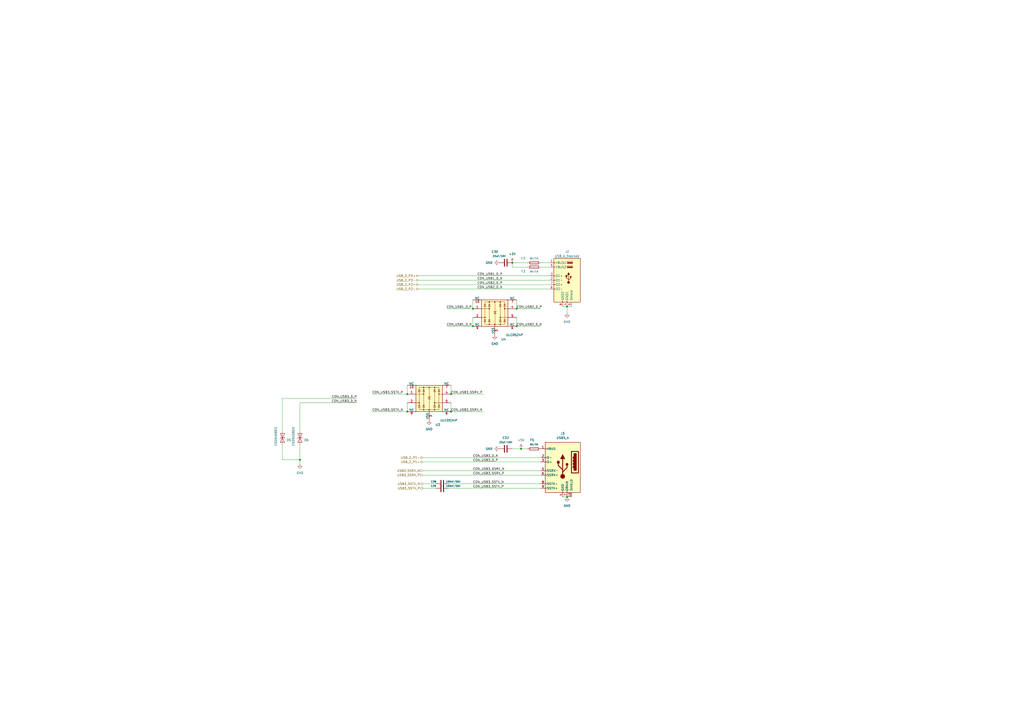
<source format=kicad_sch>
(kicad_sch
	(version 20231120)
	(generator "eeschema")
	(generator_version "8.0")
	(uuid "9ee40f42-49fe-412e-b4c9-652b6c49b724")
	(paper "A2")
	(title_block
		(title "nvme Carrier for LattePanda Mu")
		(date "2024-05-24")
		(rev "V1.0.6")
	)
	(lib_symbols
		(symbol "Connector:USB3_A"
			(pin_names
				(offset 1.016)
			)
			(exclude_from_sim no)
			(in_bom yes)
			(on_board yes)
			(property "Reference" "J"
				(at -10.16 15.24 0)
				(effects
					(font
						(size 1.27 1.27)
					)
					(justify left)
				)
			)
			(property "Value" "USB3_A"
				(at 10.16 15.24 0)
				(effects
					(font
						(size 1.27 1.27)
					)
					(justify right)
				)
			)
			(property "Footprint" ""
				(at 3.81 2.54 0)
				(effects
					(font
						(size 1.27 1.27)
					)
					(hide yes)
				)
			)
			(property "Datasheet" "~"
				(at 3.81 2.54 0)
				(effects
					(font
						(size 1.27 1.27)
					)
					(hide yes)
				)
			)
			(property "Description" "USB 3.0 A connector"
				(at 0 0 0)
				(effects
					(font
						(size 1.27 1.27)
					)
					(hide yes)
				)
			)
			(property "ki_keywords" "usb universal serial bus"
				(at 0 0 0)
				(effects
					(font
						(size 1.27 1.27)
					)
					(hide yes)
				)
			)
			(property "ki_fp_filters" "USB3*"
				(at 0 0 0)
				(effects
					(font
						(size 1.27 1.27)
					)
					(hide yes)
				)
			)
			(symbol "USB3_A_0_0"
				(rectangle
					(start -9.144 8.636)
					(end -5.08 -3.81)
					(stroke
						(width 0.508)
						(type default)
					)
					(fill
						(type none)
					)
				)
				(rectangle
					(start -7.874 7.366)
					(end -6.604 -2.286)
					(stroke
						(width 0.508)
						(type default)
					)
					(fill
						(type outline)
					)
				)
				(rectangle
					(start -6.35 0)
					(end -6.096 -0.762)
					(stroke
						(width 0.508)
						(type default)
					)
					(fill
						(type none)
					)
				)
				(rectangle
					(start -6.35 1.778)
					(end -6.096 1.016)
					(stroke
						(width 0.508)
						(type default)
					)
					(fill
						(type none)
					)
				)
				(rectangle
					(start -6.35 3.556)
					(end -6.096 2.794)
					(stroke
						(width 0.508)
						(type default)
					)
					(fill
						(type none)
					)
				)
				(rectangle
					(start -6.35 5.334)
					(end -6.096 4.572)
					(stroke
						(width 0.508)
						(type default)
					)
					(fill
						(type none)
					)
				)
				(rectangle
					(start -2.794 -15.24)
					(end -2.286 -14.224)
					(stroke
						(width 0)
						(type default)
					)
					(fill
						(type none)
					)
				)
				(rectangle
					(start -0.254 -15.24)
					(end 0.254 -14.224)
					(stroke
						(width 0)
						(type default)
					)
					(fill
						(type none)
					)
				)
				(rectangle
					(start 10.16 -12.446)
					(end 9.144 -12.954)
					(stroke
						(width 0)
						(type default)
					)
					(fill
						(type none)
					)
				)
				(rectangle
					(start 10.16 -9.906)
					(end 9.144 -10.414)
					(stroke
						(width 0)
						(type default)
					)
					(fill
						(type none)
					)
				)
				(rectangle
					(start 10.16 -4.826)
					(end 9.144 -5.334)
					(stroke
						(width 0)
						(type default)
					)
					(fill
						(type none)
					)
				)
				(rectangle
					(start 10.16 -2.286)
					(end 9.144 -2.794)
					(stroke
						(width 0)
						(type default)
					)
					(fill
						(type none)
					)
				)
				(rectangle
					(start 10.16 2.794)
					(end 9.144 2.286)
					(stroke
						(width 0)
						(type default)
					)
					(fill
						(type none)
					)
				)
				(rectangle
					(start 10.16 5.334)
					(end 9.144 4.826)
					(stroke
						(width 0)
						(type default)
					)
					(fill
						(type none)
					)
				)
				(rectangle
					(start 10.16 10.414)
					(end 9.144 9.906)
					(stroke
						(width 0)
						(type default)
					)
					(fill
						(type none)
					)
				)
			)
			(symbol "USB3_A_0_1"
				(rectangle
					(start -10.16 13.97)
					(end 10.16 -15.24)
					(stroke
						(width 0.254)
						(type default)
					)
					(fill
						(type background)
					)
				)
			)
			(symbol "USB3_A_1_1"
				(circle
					(center -2.54 1.143)
					(radius 0.635)
					(stroke
						(width 0.254)
						(type default)
					)
					(fill
						(type outline)
					)
				)
				(circle
					(center 0 -5.842)
					(radius 1.27)
					(stroke
						(width 0)
						(type default)
					)
					(fill
						(type outline)
					)
				)
				(polyline
					(pts
						(xy 0 -5.842) (xy 0 4.318)
					)
					(stroke
						(width 0.508)
						(type default)
					)
					(fill
						(type none)
					)
				)
				(polyline
					(pts
						(xy 0 -3.302) (xy -2.54 -0.762) (xy -2.54 0.508)
					)
					(stroke
						(width 0.508)
						(type default)
					)
					(fill
						(type none)
					)
				)
				(polyline
					(pts
						(xy 0 -2.032) (xy 2.54 0.508) (xy 2.54 1.778)
					)
					(stroke
						(width 0.508)
						(type default)
					)
					(fill
						(type none)
					)
				)
				(polyline
					(pts
						(xy -1.27 4.318) (xy 0 6.858) (xy 1.27 4.318) (xy -1.27 4.318)
					)
					(stroke
						(width 0.254)
						(type default)
					)
					(fill
						(type outline)
					)
				)
				(rectangle
					(start 1.905 1.778)
					(end 3.175 3.048)
					(stroke
						(width 0.254)
						(type default)
					)
					(fill
						(type outline)
					)
				)
				(pin power_in line
					(at 12.7 10.16 180)
					(length 2.54)
					(name "VBUS"
						(effects
							(font
								(size 1.27 1.27)
							)
						)
					)
					(number "1"
						(effects
							(font
								(size 1.27 1.27)
							)
						)
					)
				)
				(pin passive line
					(at -5.08 -17.78 90)
					(length 2.54)
					(name "SHIELD"
						(effects
							(font
								(size 1.27 1.27)
							)
						)
					)
					(number "10"
						(effects
							(font
								(size 1.27 1.27)
							)
						)
					)
				)
				(pin bidirectional line
					(at 12.7 5.08 180)
					(length 2.54)
					(name "D-"
						(effects
							(font
								(size 1.27 1.27)
							)
						)
					)
					(number "2"
						(effects
							(font
								(size 1.27 1.27)
							)
						)
					)
				)
				(pin bidirectional line
					(at 12.7 2.54 180)
					(length 2.54)
					(name "D+"
						(effects
							(font
								(size 1.27 1.27)
							)
						)
					)
					(number "3"
						(effects
							(font
								(size 1.27 1.27)
							)
						)
					)
				)
				(pin power_in line
					(at 0 -17.78 90)
					(length 2.54)
					(name "GND"
						(effects
							(font
								(size 1.27 1.27)
							)
						)
					)
					(number "4"
						(effects
							(font
								(size 1.27 1.27)
							)
						)
					)
				)
				(pin output line
					(at 12.7 -2.54 180)
					(length 2.54)
					(name "SSRX-"
						(effects
							(font
								(size 1.27 1.27)
							)
						)
					)
					(number "5"
						(effects
							(font
								(size 1.27 1.27)
							)
						)
					)
				)
				(pin output line
					(at 12.7 -5.08 180)
					(length 2.54)
					(name "SSRX+"
						(effects
							(font
								(size 1.27 1.27)
							)
						)
					)
					(number "6"
						(effects
							(font
								(size 1.27 1.27)
							)
						)
					)
				)
				(pin passive line
					(at -2.54 -17.78 90)
					(length 2.54)
					(name "DRAIN"
						(effects
							(font
								(size 1.27 1.27)
							)
						)
					)
					(number "7"
						(effects
							(font
								(size 1.27 1.27)
							)
						)
					)
				)
				(pin input line
					(at 12.7 -10.16 180)
					(length 2.54)
					(name "SSTX-"
						(effects
							(font
								(size 1.27 1.27)
							)
						)
					)
					(number "8"
						(effects
							(font
								(size 1.27 1.27)
							)
						)
					)
				)
				(pin input line
					(at 12.7 -12.7 180)
					(length 2.54)
					(name "SSTX+"
						(effects
							(font
								(size 1.27 1.27)
							)
						)
					)
					(number "9"
						(effects
							(font
								(size 1.27 1.27)
							)
						)
					)
				)
			)
		)
		(symbol "Connector:USB_A_Stacked"
			(pin_names
				(offset 1.016)
			)
			(exclude_from_sim no)
			(in_bom yes)
			(on_board yes)
			(property "Reference" "J"
				(at 0 15.875 0)
				(effects
					(font
						(size 1.27 1.27)
					)
				)
			)
			(property "Value" "USB_A_Stacked"
				(at 0 13.97 0)
				(effects
					(font
						(size 1.27 1.27)
					)
				)
			)
			(property "Footprint" ""
				(at 3.81 -13.97 0)
				(effects
					(font
						(size 1.27 1.27)
					)
					(justify left)
					(hide yes)
				)
			)
			(property "Datasheet" " ~"
				(at 5.08 1.27 0)
				(effects
					(font
						(size 1.27 1.27)
					)
					(hide yes)
				)
			)
			(property "Description" "USB Type A connector, stacked"
				(at 0 0 0)
				(effects
					(font
						(size 1.27 1.27)
					)
					(hide yes)
				)
			)
			(property "ki_keywords" "connector USB"
				(at 0 0 0)
				(effects
					(font
						(size 1.27 1.27)
					)
					(hide yes)
				)
			)
			(property "ki_fp_filters" "USB*"
				(at 0 0 0)
				(effects
					(font
						(size 1.27 1.27)
					)
					(hide yes)
				)
			)
			(symbol "USB_A_Stacked_0_1"
				(rectangle
					(start -7.62 12.7)
					(end 7.62 -12.7)
					(stroke
						(width 0.254)
						(type default)
					)
					(fill
						(type background)
					)
				)
				(circle
					(center -2.159 1.905)
					(radius 0.381)
					(stroke
						(width 0.254)
						(type default)
					)
					(fill
						(type outline)
					)
				)
				(circle
					(center -0.889 -1.27)
					(radius 0.635)
					(stroke
						(width 0.254)
						(type default)
					)
					(fill
						(type outline)
					)
				)
				(rectangle
					(start -0.254 7.366)
					(end -3.048 7.874)
					(stroke
						(width 0)
						(type default)
					)
					(fill
						(type outline)
					)
				)
				(rectangle
					(start -0.254 9.906)
					(end -3.048 10.414)
					(stroke
						(width 0)
						(type default)
					)
					(fill
						(type outline)
					)
				)
				(rectangle
					(start -0.127 -12.7)
					(end 0.127 -11.938)
					(stroke
						(width 0)
						(type default)
					)
					(fill
						(type none)
					)
				)
				(polyline
					(pts
						(xy -1.524 3.175) (xy -0.254 3.175) (xy -0.889 4.445) (xy -1.524 3.175)
					)
					(stroke
						(width 0.254)
						(type default)
					)
					(fill
						(type outline)
					)
				)
				(polyline
					(pts
						(xy -0.889 -0.635) (xy -0.889 0) (xy -2.159 1.27) (xy -2.159 1.905)
					)
					(stroke
						(width 0.254)
						(type default)
					)
					(fill
						(type none)
					)
				)
				(polyline
					(pts
						(xy -0.889 0) (xy -0.889 0.635) (xy 0.381 1.27) (xy 0.381 2.54)
					)
					(stroke
						(width 0.254)
						(type default)
					)
					(fill
						(type none)
					)
				)
				(rectangle
					(start 0 2.794)
					(end 0.762 2.032)
					(stroke
						(width 0.254)
						(type default)
					)
					(fill
						(type outline)
					)
				)
				(rectangle
					(start 0 7.112)
					(end -3.302 8.382)
					(stroke
						(width 0)
						(type default)
					)
					(fill
						(type none)
					)
				)
				(rectangle
					(start 0 9.652)
					(end -3.302 10.922)
					(stroke
						(width 0)
						(type default)
					)
					(fill
						(type none)
					)
				)
				(rectangle
					(start 2.413 -12.7)
					(end 2.667 -11.938)
					(stroke
						(width 0)
						(type default)
					)
					(fill
						(type none)
					)
				)
				(rectangle
					(start 7.62 -5.207)
					(end 6.858 -4.953)
					(stroke
						(width 0)
						(type default)
					)
					(fill
						(type none)
					)
				)
				(rectangle
					(start 7.62 -2.667)
					(end 6.858 -2.413)
					(stroke
						(width 0)
						(type default)
					)
					(fill
						(type none)
					)
				)
				(rectangle
					(start 7.62 -0.127)
					(end 6.858 0.127)
					(stroke
						(width 0)
						(type default)
					)
					(fill
						(type none)
					)
				)
				(rectangle
					(start 7.62 2.413)
					(end 6.858 2.667)
					(stroke
						(width 0)
						(type default)
					)
					(fill
						(type none)
					)
				)
				(rectangle
					(start 7.62 7.493)
					(end 6.858 7.747)
					(stroke
						(width 0)
						(type default)
					)
					(fill
						(type none)
					)
				)
				(rectangle
					(start 7.62 10.033)
					(end 6.858 10.287)
					(stroke
						(width 0)
						(type default)
					)
					(fill
						(type none)
					)
				)
			)
			(symbol "USB_A_Stacked_1_1"
				(polyline
					(pts
						(xy -0.889 0.635) (xy -0.889 3.175)
					)
					(stroke
						(width 0.254)
						(type default)
					)
					(fill
						(type none)
					)
				)
				(pin power_in line
					(at 10.16 10.16 180)
					(length 2.54)
					(name "VBUS1"
						(effects
							(font
								(size 1.27 1.27)
							)
						)
					)
					(number "1"
						(effects
							(font
								(size 1.27 1.27)
							)
						)
					)
				)
				(pin bidirectional line
					(at 10.16 0 180)
					(length 2.54)
					(name "D1-"
						(effects
							(font
								(size 1.27 1.27)
							)
						)
					)
					(number "2"
						(effects
							(font
								(size 1.27 1.27)
							)
						)
					)
				)
				(pin bidirectional line
					(at 10.16 2.54 180)
					(length 2.54)
					(name "D1+"
						(effects
							(font
								(size 1.27 1.27)
							)
						)
					)
					(number "3"
						(effects
							(font
								(size 1.27 1.27)
							)
						)
					)
				)
				(pin power_in line
					(at 0 -15.24 90)
					(length 2.54)
					(name "GND1"
						(effects
							(font
								(size 1.27 1.27)
							)
						)
					)
					(number "4"
						(effects
							(font
								(size 1.27 1.27)
							)
						)
					)
				)
				(pin power_in line
					(at 10.16 7.62 180)
					(length 2.54)
					(name "VBUS2"
						(effects
							(font
								(size 1.27 1.27)
							)
						)
					)
					(number "5"
						(effects
							(font
								(size 1.27 1.27)
							)
						)
					)
				)
				(pin bidirectional line
					(at 10.16 -5.08 180)
					(length 2.54)
					(name "D2-"
						(effects
							(font
								(size 1.27 1.27)
							)
						)
					)
					(number "6"
						(effects
							(font
								(size 1.27 1.27)
							)
						)
					)
				)
				(pin bidirectional line
					(at 10.16 -2.54 180)
					(length 2.54)
					(name "D2+"
						(effects
							(font
								(size 1.27 1.27)
							)
						)
					)
					(number "7"
						(effects
							(font
								(size 1.27 1.27)
							)
						)
					)
				)
				(pin power_in line
					(at 2.54 -15.24 90)
					(length 2.54)
					(name "GND2"
						(effects
							(font
								(size 1.27 1.27)
							)
						)
					)
					(number "8"
						(effects
							(font
								(size 1.27 1.27)
							)
						)
					)
				)
				(pin passive line
					(at -2.54 -15.24 90)
					(length 2.54)
					(name "Shield"
						(effects
							(font
								(size 1.27 1.27)
							)
						)
					)
					(number "9"
						(effects
							(font
								(size 1.27 1.27)
							)
						)
					)
				)
			)
		)
		(symbol "Device:C"
			(pin_numbers hide)
			(pin_names
				(offset 0.254)
			)
			(exclude_from_sim no)
			(in_bom yes)
			(on_board yes)
			(property "Reference" "C"
				(at 0.635 2.54 0)
				(effects
					(font
						(size 1.27 1.27)
					)
					(justify left)
				)
			)
			(property "Value" "C"
				(at 0.635 -2.54 0)
				(effects
					(font
						(size 1.27 1.27)
					)
					(justify left)
				)
			)
			(property "Footprint" ""
				(at 0.9652 -3.81 0)
				(effects
					(font
						(size 1.27 1.27)
					)
					(hide yes)
				)
			)
			(property "Datasheet" "~"
				(at 0 0 0)
				(effects
					(font
						(size 1.27 1.27)
					)
					(hide yes)
				)
			)
			(property "Description" "Unpolarized capacitor"
				(at 0 0 0)
				(effects
					(font
						(size 1.27 1.27)
					)
					(hide yes)
				)
			)
			(property "ki_keywords" "cap capacitor"
				(at 0 0 0)
				(effects
					(font
						(size 1.27 1.27)
					)
					(hide yes)
				)
			)
			(property "ki_fp_filters" "C_*"
				(at 0 0 0)
				(effects
					(font
						(size 1.27 1.27)
					)
					(hide yes)
				)
			)
			(symbol "C_0_1"
				(polyline
					(pts
						(xy -2.032 -0.762) (xy 2.032 -0.762)
					)
					(stroke
						(width 0.508)
						(type default)
					)
					(fill
						(type none)
					)
				)
				(polyline
					(pts
						(xy -2.032 0.762) (xy 2.032 0.762)
					)
					(stroke
						(width 0.508)
						(type default)
					)
					(fill
						(type none)
					)
				)
			)
			(symbol "C_1_1"
				(pin passive line
					(at 0 3.81 270)
					(length 2.794)
					(name "~"
						(effects
							(font
								(size 1.27 1.27)
							)
						)
					)
					(number "1"
						(effects
							(font
								(size 1.27 1.27)
							)
						)
					)
				)
				(pin passive line
					(at 0 -3.81 90)
					(length 2.794)
					(name "~"
						(effects
							(font
								(size 1.27 1.27)
							)
						)
					)
					(number "2"
						(effects
							(font
								(size 1.27 1.27)
							)
						)
					)
				)
			)
		)
		(symbol "Device:Fuse"
			(pin_numbers hide)
			(pin_names
				(offset 0)
			)
			(exclude_from_sim no)
			(in_bom yes)
			(on_board yes)
			(property "Reference" "F"
				(at 2.032 0 90)
				(effects
					(font
						(size 1.27 1.27)
					)
				)
			)
			(property "Value" "Fuse"
				(at -1.905 0 90)
				(effects
					(font
						(size 1.27 1.27)
					)
				)
			)
			(property "Footprint" ""
				(at -1.778 0 90)
				(effects
					(font
						(size 1.27 1.27)
					)
					(hide yes)
				)
			)
			(property "Datasheet" "~"
				(at 0 0 0)
				(effects
					(font
						(size 1.27 1.27)
					)
					(hide yes)
				)
			)
			(property "Description" "Fuse"
				(at 0 0 0)
				(effects
					(font
						(size 1.27 1.27)
					)
					(hide yes)
				)
			)
			(property "ki_keywords" "fuse"
				(at 0 0 0)
				(effects
					(font
						(size 1.27 1.27)
					)
					(hide yes)
				)
			)
			(property "ki_fp_filters" "*Fuse*"
				(at 0 0 0)
				(effects
					(font
						(size 1.27 1.27)
					)
					(hide yes)
				)
			)
			(symbol "Fuse_0_1"
				(rectangle
					(start -0.762 -2.54)
					(end 0.762 2.54)
					(stroke
						(width 0.254)
						(type default)
					)
					(fill
						(type none)
					)
				)
				(polyline
					(pts
						(xy 0 2.54) (xy 0 -2.54)
					)
					(stroke
						(width 0)
						(type default)
					)
					(fill
						(type none)
					)
				)
			)
			(symbol "Fuse_1_1"
				(pin passive line
					(at 0 3.81 270)
					(length 1.27)
					(name "~"
						(effects
							(font
								(size 1.27 1.27)
							)
						)
					)
					(number "1"
						(effects
							(font
								(size 1.27 1.27)
							)
						)
					)
				)
				(pin passive line
					(at 0 -3.81 90)
					(length 1.27)
					(name "~"
						(effects
							(font
								(size 1.27 1.27)
							)
						)
					)
					(number "2"
						(effects
							(font
								(size 1.27 1.27)
							)
						)
					)
				)
			)
		)
		(symbol "Diode:ESD9B5.0ST5G"
			(pin_numbers hide)
			(pin_names
				(offset 1.016) hide)
			(exclude_from_sim no)
			(in_bom yes)
			(on_board yes)
			(property "Reference" "D"
				(at 0 2.54 0)
				(effects
					(font
						(size 1.27 1.27)
					)
				)
			)
			(property "Value" "ESD9B5.0ST5G"
				(at 0 -2.54 0)
				(effects
					(font
						(size 1.27 1.27)
					)
				)
			)
			(property "Footprint" "Diode_SMD:D_SOD-923"
				(at 0 0 0)
				(effects
					(font
						(size 1.27 1.27)
					)
					(hide yes)
				)
			)
			(property "Datasheet" "https://www.onsemi.com/pub/Collateral/ESD9B-D.PDF"
				(at 0 0 0)
				(effects
					(font
						(size 1.27 1.27)
					)
					(hide yes)
				)
			)
			(property "Description" "ESD protection diode, 5.0Vrwm, SOD-923"
				(at 0 0 0)
				(effects
					(font
						(size 1.27 1.27)
					)
					(hide yes)
				)
			)
			(property "ki_keywords" "diode TVS ESD"
				(at 0 0 0)
				(effects
					(font
						(size 1.27 1.27)
					)
					(hide yes)
				)
			)
			(property "ki_fp_filters" "D*SOD?923*"
				(at 0 0 0)
				(effects
					(font
						(size 1.27 1.27)
					)
					(hide yes)
				)
			)
			(symbol "ESD9B5.0ST5G_0_1"
				(polyline
					(pts
						(xy 1.27 0) (xy -1.27 0)
					)
					(stroke
						(width 0)
						(type default)
					)
					(fill
						(type none)
					)
				)
				(polyline
					(pts
						(xy -2.54 -1.27) (xy 0 0) (xy -2.54 1.27) (xy -2.54 -1.27)
					)
					(stroke
						(width 0.2032)
						(type default)
					)
					(fill
						(type none)
					)
				)
				(polyline
					(pts
						(xy 0.508 1.27) (xy 0 1.27) (xy 0 -1.27) (xy -0.508 -1.27)
					)
					(stroke
						(width 0.2032)
						(type default)
					)
					(fill
						(type none)
					)
				)
				(polyline
					(pts
						(xy 2.54 1.27) (xy 2.54 -1.27) (xy 0 0) (xy 2.54 1.27)
					)
					(stroke
						(width 0.2032)
						(type default)
					)
					(fill
						(type none)
					)
				)
			)
			(symbol "ESD9B5.0ST5G_1_1"
				(pin passive line
					(at -3.81 0 0)
					(length 2.54)
					(name "A1"
						(effects
							(font
								(size 1.27 1.27)
							)
						)
					)
					(number "1"
						(effects
							(font
								(size 1.27 1.27)
							)
						)
					)
				)
				(pin passive line
					(at 3.81 0 180)
					(length 2.54)
					(name "A2"
						(effects
							(font
								(size 1.27 1.27)
							)
						)
					)
					(number "2"
						(effects
							(font
								(size 1.27 1.27)
							)
						)
					)
				)
			)
		)
		(symbol "Power_Protection:D3V3XA4B10LP"
			(pin_names
				(offset 0)
			)
			(exclude_from_sim no)
			(in_bom yes)
			(on_board yes)
			(property "Reference" "U"
				(at -0.635 8.89 0)
				(effects
					(font
						(size 1.27 1.27)
					)
				)
			)
			(property "Value" "D3V3XA4B10LP"
				(at 8.89 -10.16 0)
				(effects
					(font
						(size 1.27 1.27)
					)
				)
			)
			(property "Footprint" "Package_DFN_QFN:Diodes_UDFN-10_1.0x2.5mm_P0.5mm"
				(at -24.13 -10.16 0)
				(effects
					(font
						(size 1.27 1.27)
					)
					(hide yes)
				)
			)
			(property "Datasheet" "https://www.diodes.com/assets/Datasheets/D3V3XA4B10LP.pdf"
				(at 0 0 0)
				(effects
					(font
						(size 1.27 1.27)
					)
					(hide yes)
				)
			)
			(property "Description" "4-Channel Low Capacitance TVS Diode Array, DFN-10"
				(at 0 0 0)
				(effects
					(font
						(size 1.27 1.27)
					)
					(hide yes)
				)
			)
			(property "ki_keywords" "ESD protection TVS"
				(at 0 0 0)
				(effects
					(font
						(size 1.27 1.27)
					)
					(hide yes)
				)
			)
			(property "ki_fp_filters" "Diodes*UDFN*1.0x2.5mm*P0.5mm*"
				(at 0 0 0)
				(effects
					(font
						(size 1.27 1.27)
					)
					(hide yes)
				)
			)
			(symbol "D3V3XA4B10LP_0_0"
				(rectangle
					(start -5.715 6.477)
					(end 5.715 -6.604)
					(stroke
						(width 0)
						(type default)
					)
					(fill
						(type none)
					)
				)
				(polyline
					(pts
						(xy -3.175 -6.604) (xy -3.175 6.477)
					)
					(stroke
						(width 0)
						(type default)
					)
					(fill
						(type none)
					)
				)
				(polyline
					(pts
						(xy 0.127 6.477) (xy 0.127 -6.604)
					)
					(stroke
						(width 0)
						(type default)
					)
					(fill
						(type none)
					)
				)
				(polyline
					(pts
						(xy 3.175 6.477) (xy 3.175 -6.604)
					)
					(stroke
						(width 0)
						(type default)
					)
					(fill
						(type none)
					)
				)
			)
			(symbol "D3V3XA4B10LP_0_1"
				(rectangle
					(start -7.62 7.62)
					(end 7.62 -7.62)
					(stroke
						(width 0.254)
						(type default)
					)
					(fill
						(type background)
					)
				)
				(circle
					(center -5.715 -2.54)
					(radius 0.2794)
					(stroke
						(width 0)
						(type default)
					)
					(fill
						(type outline)
					)
				)
				(circle
					(center -3.175 -6.604)
					(radius 0.2794)
					(stroke
						(width 0)
						(type default)
					)
					(fill
						(type outline)
					)
				)
				(circle
					(center -3.175 2.54)
					(radius 0.2794)
					(stroke
						(width 0)
						(type default)
					)
					(fill
						(type outline)
					)
				)
				(circle
					(center -3.175 6.477)
					(radius 0.2794)
					(stroke
						(width 0)
						(type default)
					)
					(fill
						(type outline)
					)
				)
				(circle
					(center 0 -6.604)
					(radius 0.2794)
					(stroke
						(width 0)
						(type default)
					)
					(fill
						(type outline)
					)
				)
				(polyline
					(pts
						(xy -7.747 2.54) (xy -3.175 2.54)
					)
					(stroke
						(width 0)
						(type default)
					)
					(fill
						(type none)
					)
				)
				(polyline
					(pts
						(xy -7.62 -2.54) (xy -5.715 -2.54)
					)
					(stroke
						(width 0)
						(type default)
					)
					(fill
						(type none)
					)
				)
				(polyline
					(pts
						(xy -5.08 -3.81) (xy -6.35 -3.81)
					)
					(stroke
						(width 0)
						(type default)
					)
					(fill
						(type none)
					)
				)
				(polyline
					(pts
						(xy -5.08 5.08) (xy -6.35 5.08)
					)
					(stroke
						(width 0)
						(type default)
					)
					(fill
						(type none)
					)
				)
				(polyline
					(pts
						(xy -2.54 -3.81) (xy -3.81 -3.81)
					)
					(stroke
						(width 0)
						(type default)
					)
					(fill
						(type none)
					)
				)
				(polyline
					(pts
						(xy -2.54 5.08) (xy -3.81 5.08)
					)
					(stroke
						(width 0)
						(type default)
					)
					(fill
						(type none)
					)
				)
				(polyline
					(pts
						(xy -0.508 0.889) (xy -0.889 0.635)
					)
					(stroke
						(width 0)
						(type default)
					)
					(fill
						(type none)
					)
				)
				(polyline
					(pts
						(xy 0 -6.604) (xy 0 -7.62)
					)
					(stroke
						(width 0)
						(type default)
					)
					(fill
						(type none)
					)
				)
				(polyline
					(pts
						(xy 0.762 0.889) (xy -0.508 0.889)
					)
					(stroke
						(width 0)
						(type default)
					)
					(fill
						(type none)
					)
				)
				(polyline
					(pts
						(xy 0.762 0.889) (xy 1.143 1.143)
					)
					(stroke
						(width 0)
						(type default)
					)
					(fill
						(type none)
					)
				)
				(polyline
					(pts
						(xy 3.81 -3.81) (xy 2.54 -3.81)
					)
					(stroke
						(width 0)
						(type default)
					)
					(fill
						(type none)
					)
				)
				(polyline
					(pts
						(xy 3.81 5.08) (xy 2.54 5.08)
					)
					(stroke
						(width 0)
						(type default)
					)
					(fill
						(type none)
					)
				)
				(polyline
					(pts
						(xy 6.35 -3.81) (xy 5.08 -3.81)
					)
					(stroke
						(width 0)
						(type default)
					)
					(fill
						(type none)
					)
				)
				(polyline
					(pts
						(xy 6.35 5.08) (xy 5.08 5.08)
					)
					(stroke
						(width 0)
						(type default)
					)
					(fill
						(type none)
					)
				)
				(polyline
					(pts
						(xy 7.62 -2.54) (xy 3.175 -2.54)
					)
					(stroke
						(width 0)
						(type default)
					)
					(fill
						(type none)
					)
				)
				(polyline
					(pts
						(xy 7.62 2.54) (xy 5.715 2.54)
					)
					(stroke
						(width 0)
						(type default)
					)
					(fill
						(type none)
					)
				)
				(polyline
					(pts
						(xy -5.08 -5.08) (xy -6.35 -5.08) (xy -5.715 -3.81) (xy -5.08 -5.08)
					)
					(stroke
						(width 0)
						(type default)
					)
					(fill
						(type none)
					)
				)
				(polyline
					(pts
						(xy -5.08 3.81) (xy -6.35 3.81) (xy -5.715 5.08) (xy -5.08 3.81)
					)
					(stroke
						(width 0)
						(type default)
					)
					(fill
						(type none)
					)
				)
				(polyline
					(pts
						(xy -2.54 -5.08) (xy -3.81 -5.08) (xy -3.175 -3.81) (xy -2.54 -5.08)
					)
					(stroke
						(width 0)
						(type default)
					)
					(fill
						(type none)
					)
				)
				(polyline
					(pts
						(xy -2.54 3.81) (xy -3.81 3.81) (xy -3.175 5.08) (xy -2.54 3.81)
					)
					(stroke
						(width 0)
						(type default)
					)
					(fill
						(type none)
					)
				)
				(polyline
					(pts
						(xy 0.762 -0.381) (xy -0.508 -0.381) (xy 0.127 0.889) (xy 0.762 -0.381)
					)
					(stroke
						(width 0)
						(type default)
					)
					(fill
						(type none)
					)
				)
				(polyline
					(pts
						(xy 3.81 -5.08) (xy 2.54 -5.08) (xy 3.175 -3.81) (xy 3.81 -5.08)
					)
					(stroke
						(width 0)
						(type default)
					)
					(fill
						(type none)
					)
				)
				(polyline
					(pts
						(xy 3.81 3.81) (xy 2.54 3.81) (xy 3.175 5.08) (xy 3.81 3.81)
					)
					(stroke
						(width 0)
						(type default)
					)
					(fill
						(type none)
					)
				)
				(polyline
					(pts
						(xy 6.35 -5.08) (xy 5.08 -5.08) (xy 5.715 -3.81) (xy 6.35 -5.08)
					)
					(stroke
						(width 0)
						(type default)
					)
					(fill
						(type none)
					)
				)
				(polyline
					(pts
						(xy 6.35 3.81) (xy 5.08 3.81) (xy 5.715 5.08) (xy 6.35 3.81)
					)
					(stroke
						(width 0)
						(type default)
					)
					(fill
						(type none)
					)
				)
				(circle
					(center 0 6.477)
					(radius 0.2794)
					(stroke
						(width 0)
						(type default)
					)
					(fill
						(type outline)
					)
				)
				(circle
					(center 3.175 -6.604)
					(radius 0.2794)
					(stroke
						(width 0)
						(type default)
					)
					(fill
						(type outline)
					)
				)
				(circle
					(center 3.175 -2.54)
					(radius 0.2794)
					(stroke
						(width 0)
						(type default)
					)
					(fill
						(type outline)
					)
				)
				(circle
					(center 3.175 6.477)
					(radius 0.2794)
					(stroke
						(width 0)
						(type default)
					)
					(fill
						(type outline)
					)
				)
				(circle
					(center 5.715 2.54)
					(radius 0.2794)
					(stroke
						(width 0)
						(type default)
					)
					(fill
						(type outline)
					)
				)
			)
			(symbol "D3V3XA4B10LP_1_1"
				(pin passive line
					(at -12.7 2.54 0)
					(length 5.08)
					(name "~"
						(effects
							(font
								(size 1.27 1.27)
							)
						)
					)
					(number "1"
						(effects
							(font
								(size 1.27 1.27)
							)
						)
					)
				)
				(pin free line
					(at -12.7 7.62 0)
					(length 5.08)
					(name "NC"
						(effects
							(font
								(size 1.27 1.27)
							)
						)
					)
					(number "10"
						(effects
							(font
								(size 1.27 1.27)
							)
						)
					)
				)
				(pin passive line
					(at -12.7 -2.54 0)
					(length 5.08)
					(name "~"
						(effects
							(font
								(size 1.27 1.27)
							)
						)
					)
					(number "2"
						(effects
							(font
								(size 1.27 1.27)
							)
						)
					)
				)
				(pin power_in line
					(at 0 -12.7 90)
					(length 5.08)
					(name "VSS"
						(effects
							(font
								(size 1.27 1.27)
							)
						)
					)
					(number "3"
						(effects
							(font
								(size 1.27 1.27)
							)
						)
					)
				)
				(pin passive line
					(at 12.7 2.54 180)
					(length 5.08)
					(name "~"
						(effects
							(font
								(size 1.27 1.27)
							)
						)
					)
					(number "4"
						(effects
							(font
								(size 1.27 1.27)
							)
						)
					)
				)
				(pin passive line
					(at 12.7 -2.54 180)
					(length 5.08)
					(name "~"
						(effects
							(font
								(size 1.27 1.27)
							)
						)
					)
					(number "5"
						(effects
							(font
								(size 1.27 1.27)
							)
						)
					)
				)
				(pin free line
					(at 12.7 -7.62 180)
					(length 5.08)
					(name "NC"
						(effects
							(font
								(size 1.27 1.27)
							)
						)
					)
					(number "6"
						(effects
							(font
								(size 1.27 1.27)
							)
						)
					)
				)
				(pin free line
					(at 12.7 7.62 180)
					(length 5.08)
					(name "NC"
						(effects
							(font
								(size 1.27 1.27)
							)
						)
					)
					(number "7"
						(effects
							(font
								(size 1.27 1.27)
							)
						)
					)
				)
				(pin passive line
					(at 0 -12.7 90)
					(length 5.08) hide
					(name "VSS"
						(effects
							(font
								(size 1.27 1.27)
							)
						)
					)
					(number "8"
						(effects
							(font
								(size 1.27 1.27)
							)
						)
					)
				)
				(pin free line
					(at -12.7 -7.62 0)
					(length 5.08)
					(name "NC"
						(effects
							(font
								(size 1.27 1.27)
							)
						)
					)
					(number "9"
						(effects
							(font
								(size 1.27 1.27)
							)
						)
					)
				)
			)
		)
		(symbol "power:+5V"
			(power)
			(pin_numbers hide)
			(pin_names
				(offset 0) hide)
			(exclude_from_sim no)
			(in_bom yes)
			(on_board yes)
			(property "Reference" "#PWR"
				(at 0 -3.81 0)
				(effects
					(font
						(size 1.27 1.27)
					)
					(hide yes)
				)
			)
			(property "Value" "+5V"
				(at 0 3.556 0)
				(effects
					(font
						(size 1.27 1.27)
					)
				)
			)
			(property "Footprint" ""
				(at 0 0 0)
				(effects
					(font
						(size 1.27 1.27)
					)
					(hide yes)
				)
			)
			(property "Datasheet" ""
				(at 0 0 0)
				(effects
					(font
						(size 1.27 1.27)
					)
					(hide yes)
				)
			)
			(property "Description" "Power symbol creates a global label with name \"+5V\""
				(at 0 0 0)
				(effects
					(font
						(size 1.27 1.27)
					)
					(hide yes)
				)
			)
			(property "ki_keywords" "global power"
				(at 0 0 0)
				(effects
					(font
						(size 1.27 1.27)
					)
					(hide yes)
				)
			)
			(symbol "+5V_0_1"
				(polyline
					(pts
						(xy -0.762 1.27) (xy 0 2.54)
					)
					(stroke
						(width 0)
						(type default)
					)
					(fill
						(type none)
					)
				)
				(polyline
					(pts
						(xy 0 0) (xy 0 2.54)
					)
					(stroke
						(width 0)
						(type default)
					)
					(fill
						(type none)
					)
				)
				(polyline
					(pts
						(xy 0 2.54) (xy 0.762 1.27)
					)
					(stroke
						(width 0)
						(type default)
					)
					(fill
						(type none)
					)
				)
			)
			(symbol "+5V_1_1"
				(pin power_in line
					(at 0 0 90)
					(length 0)
					(name "~"
						(effects
							(font
								(size 1.27 1.27)
							)
						)
					)
					(number "1"
						(effects
							(font
								(size 1.27 1.27)
							)
						)
					)
				)
			)
		)
		(symbol "power:GND"
			(power)
			(pin_numbers hide)
			(pin_names
				(offset 0) hide)
			(exclude_from_sim no)
			(in_bom yes)
			(on_board yes)
			(property "Reference" "#PWR"
				(at 0 -6.35 0)
				(effects
					(font
						(size 1.27 1.27)
					)
					(hide yes)
				)
			)
			(property "Value" "GND"
				(at 0 -3.81 0)
				(effects
					(font
						(size 1.27 1.27)
					)
				)
			)
			(property "Footprint" ""
				(at 0 0 0)
				(effects
					(font
						(size 1.27 1.27)
					)
					(hide yes)
				)
			)
			(property "Datasheet" ""
				(at 0 0 0)
				(effects
					(font
						(size 1.27 1.27)
					)
					(hide yes)
				)
			)
			(property "Description" "Power symbol creates a global label with name \"GND\" , ground"
				(at 0 0 0)
				(effects
					(font
						(size 1.27 1.27)
					)
					(hide yes)
				)
			)
			(property "ki_keywords" "global power"
				(at 0 0 0)
				(effects
					(font
						(size 1.27 1.27)
					)
					(hide yes)
				)
			)
			(symbol "GND_0_1"
				(polyline
					(pts
						(xy 0 0) (xy 0 -1.27) (xy 1.27 -1.27) (xy 0 -2.54) (xy -1.27 -1.27) (xy 0 -1.27)
					)
					(stroke
						(width 0)
						(type default)
					)
					(fill
						(type none)
					)
				)
			)
			(symbol "GND_1_1"
				(pin power_in line
					(at 0 0 270)
					(length 0)
					(name "~"
						(effects
							(font
								(size 1.27 1.27)
							)
						)
					)
					(number "1"
						(effects
							(font
								(size 1.27 1.27)
							)
						)
					)
				)
			)
		)
	)
	(junction
		(at 261.62 228.6)
		(diameter 0)
		(color 0 0 0 0)
		(uuid "06bd6bc1-fd93-4e0f-8648-9af54a115b65")
	)
	(junction
		(at 274.32 189.23)
		(diameter 0)
		(color 0 0 0 0)
		(uuid "0ab813c6-2be5-48f7-b964-b54dc10f6a9e")
	)
	(junction
		(at 328.93 288.29)
		(diameter 0)
		(color 0 0 0 0)
		(uuid "220a8d7e-f87c-475a-8946-27198e631480")
	)
	(junction
		(at 299.72 179.07)
		(diameter 0)
		(color 0 0 0 0)
		(uuid "2928318c-4de1-455b-8ef3-55f4791cd53d")
	)
	(junction
		(at 302.26 260.35)
		(diameter 0)
		(color 0 0 0 0)
		(uuid "295e8b4c-3e7e-4a4b-acaf-eebd6347c56e")
	)
	(junction
		(at 274.32 179.07)
		(diameter 0)
		(color 0 0 0 0)
		(uuid "4ef87a69-bc6a-4834-9233-3c49902628c2")
	)
	(junction
		(at 261.62 238.76)
		(diameter 0)
		(color 0 0 0 0)
		(uuid "5f39349a-c4f9-4de0-8d30-705202ca2190")
	)
	(junction
		(at 236.22 228.6)
		(diameter 0)
		(color 0 0 0 0)
		(uuid "713b56f1-4d1f-4cac-a4b0-af43fd741074")
	)
	(junction
		(at 297.18 152.4)
		(diameter 0)
		(color 0 0 0 0)
		(uuid "998dd542-ce82-443b-a8bb-602d6f373422")
	)
	(junction
		(at 173.99 266.7)
		(diameter 0)
		(color 0 0 0 0)
		(uuid "a1f746af-b0ba-47ac-9770-3e6a88b56b94")
	)
	(junction
		(at 328.93 177.8)
		(diameter 0)
		(color 0 0 0 0)
		(uuid "cc758288-3433-4255-8d6f-439dfed0cfae")
	)
	(junction
		(at 299.72 189.23)
		(diameter 0)
		(color 0 0 0 0)
		(uuid "e792b154-f35d-430c-9f8d-1582ffed6116")
	)
	(junction
		(at 236.22 238.76)
		(diameter 0)
		(color 0 0 0 0)
		(uuid "fdeaad14-d43a-4ae0-94d3-21e7c6a0616a")
	)
	(wire
		(pts
			(xy 261.62 223.52) (xy 261.62 228.6)
		)
		(stroke
			(width 0)
			(type default)
		)
		(uuid "02ba93ed-bb9c-4ee1-b031-f9c72b216a4f")
	)
	(wire
		(pts
			(xy 242.57 165.1) (xy 318.77 165.1)
		)
		(stroke
			(width 0)
			(type default)
		)
		(uuid "06fa8144-f457-4e63-b7e2-5b441a88fc02")
	)
	(wire
		(pts
			(xy 260.35 280.67) (xy 313.69 280.67)
		)
		(stroke
			(width 0)
			(type default)
		)
		(uuid "0945d8b1-e2ba-44d4-8b17-1c5940e93907")
	)
	(wire
		(pts
			(xy 163.83 231.14) (xy 163.83 250.19)
		)
		(stroke
			(width 0)
			(type default)
		)
		(uuid "0da169f7-015d-4139-992a-6101357d3e49")
	)
	(wire
		(pts
			(xy 313.69 152.4) (xy 318.77 152.4)
		)
		(stroke
			(width 0)
			(type default)
		)
		(uuid "101ef5ee-3dc9-4485-bf5a-4e62dc44799b")
	)
	(wire
		(pts
			(xy 328.93 288.29) (xy 331.47 288.29)
		)
		(stroke
			(width 0)
			(type default)
		)
		(uuid "140fbb22-ed2b-4c9f-8c0c-60e053d943a3")
	)
	(wire
		(pts
			(xy 313.69 154.94) (xy 318.77 154.94)
		)
		(stroke
			(width 0)
			(type default)
		)
		(uuid "150e07db-76b8-4c81-b68b-57188e310f7e")
	)
	(wire
		(pts
			(xy 274.32 173.99) (xy 274.32 179.07)
		)
		(stroke
			(width 0)
			(type default)
		)
		(uuid "1e13340f-2084-486f-97f9-8893aef124ec")
	)
	(wire
		(pts
			(xy 245.11 280.67) (xy 252.73 280.67)
		)
		(stroke
			(width 0)
			(type default)
		)
		(uuid "2937b576-aaae-4285-899b-6f4c7516e9f6")
	)
	(wire
		(pts
			(xy 215.9 238.76) (xy 236.22 238.76)
		)
		(stroke
			(width 0)
			(type default)
		)
		(uuid "29f9c6bf-ee34-45c2-9489-e2687fcb91a8")
	)
	(wire
		(pts
			(xy 326.39 288.29) (xy 328.93 288.29)
		)
		(stroke
			(width 0)
			(type default)
		)
		(uuid "2f865712-5910-485c-ace4-c3ff66c972a1")
	)
	(wire
		(pts
			(xy 261.62 238.76) (xy 280.67 238.76)
		)
		(stroke
			(width 0)
			(type default)
		)
		(uuid "36dbd9e8-819d-488f-bcef-5304a03d0904")
	)
	(wire
		(pts
			(xy 242.57 162.56) (xy 318.77 162.56)
		)
		(stroke
			(width 0)
			(type default)
		)
		(uuid "37f9ec0f-12d5-4406-b9b6-8f2993da090b")
	)
	(wire
		(pts
			(xy 297.18 154.94) (xy 297.18 152.4)
		)
		(stroke
			(width 0)
			(type default)
		)
		(uuid "389a1773-22e9-49bb-bf85-694d477965b0")
	)
	(wire
		(pts
			(xy 299.72 173.99) (xy 299.72 179.07)
		)
		(stroke
			(width 0)
			(type default)
		)
		(uuid "45b7043a-efb1-4c7e-a34c-8c00ce34c026")
	)
	(wire
		(pts
			(xy 328.93 177.8) (xy 331.47 177.8)
		)
		(stroke
			(width 0)
			(type default)
		)
		(uuid "4ae1ecd6-6ae8-4060-ba71-8240c4b14486")
	)
	(wire
		(pts
			(xy 245.11 265.43) (xy 313.69 265.43)
		)
		(stroke
			(width 0)
			(type default)
		)
		(uuid "62221d4b-78da-4bea-a7fc-bba89eec1a03")
	)
	(wire
		(pts
			(xy 274.32 184.15) (xy 274.32 189.23)
		)
		(stroke
			(width 0)
			(type default)
		)
		(uuid "6e9582b7-071a-416e-9565-825972b1948a")
	)
	(wire
		(pts
			(xy 297.18 152.4) (xy 306.07 152.4)
		)
		(stroke
			(width 0)
			(type default)
		)
		(uuid "71456087-0c57-4695-a3ec-a1acff3f9089")
	)
	(wire
		(pts
			(xy 163.83 257.81) (xy 163.83 266.7)
		)
		(stroke
			(width 0)
			(type default)
		)
		(uuid "76fe6de9-ca32-4910-bd2f-3dcfe2a21d6a")
	)
	(wire
		(pts
			(xy 299.72 189.23) (xy 313.69 189.23)
		)
		(stroke
			(width 0)
			(type default)
		)
		(uuid "7dfaab2f-2edb-4323-b081-3e6ca1538999")
	)
	(wire
		(pts
			(xy 306.07 154.94) (xy 297.18 154.94)
		)
		(stroke
			(width 0)
			(type default)
		)
		(uuid "7f53ca51-e842-4d76-8d47-5d59c680e45d")
	)
	(wire
		(pts
			(xy 299.72 179.07) (xy 313.69 179.07)
		)
		(stroke
			(width 0)
			(type default)
		)
		(uuid "8af4d6ce-4921-4474-bf6f-5e89cbcbc89e")
	)
	(wire
		(pts
			(xy 242.57 167.64) (xy 318.77 167.64)
		)
		(stroke
			(width 0)
			(type default)
		)
		(uuid "8ce84569-d573-4563-b37f-f88043b27782")
	)
	(wire
		(pts
			(xy 302.26 260.35) (xy 306.07 260.35)
		)
		(stroke
			(width 0)
			(type default)
		)
		(uuid "99905dce-cac3-46c8-a8ea-8401982563ba")
	)
	(wire
		(pts
			(xy 173.99 233.68) (xy 207.01 233.68)
		)
		(stroke
			(width 0)
			(type default)
		)
		(uuid "9c33cfb9-7e2a-426f-acbe-912cd73aea72")
	)
	(wire
		(pts
			(xy 259.08 179.07) (xy 274.32 179.07)
		)
		(stroke
			(width 0)
			(type default)
		)
		(uuid "9d88d974-79b9-475c-865b-a1263141d301")
	)
	(wire
		(pts
			(xy 236.22 223.52) (xy 236.22 228.6)
		)
		(stroke
			(width 0)
			(type default)
		)
		(uuid "9fbd524f-fc84-4e52-a305-2991e4baf045")
	)
	(wire
		(pts
			(xy 245.11 283.21) (xy 252.73 283.21)
		)
		(stroke
			(width 0)
			(type default)
		)
		(uuid "9fc91a83-c404-4cdf-ad10-9d24c614aa6f")
	)
	(wire
		(pts
			(xy 215.9 228.6) (xy 236.22 228.6)
		)
		(stroke
			(width 0)
			(type default)
		)
		(uuid "a5bedb5e-99b0-468c-a106-b1cd5779883a")
	)
	(wire
		(pts
			(xy 299.72 184.15) (xy 299.72 189.23)
		)
		(stroke
			(width 0)
			(type default)
		)
		(uuid "a837a802-d0b8-4ef2-a94c-2b1b51315bb1")
	)
	(wire
		(pts
			(xy 242.57 160.02) (xy 318.77 160.02)
		)
		(stroke
			(width 0)
			(type default)
		)
		(uuid "aa1889a8-29f0-40e6-ae0a-7d29a414da8a")
	)
	(wire
		(pts
			(xy 261.62 228.6) (xy 280.67 228.6)
		)
		(stroke
			(width 0)
			(type default)
		)
		(uuid "af75a95c-47ab-4497-9ee4-b9f1f3809cbe")
	)
	(wire
		(pts
			(xy 163.83 231.14) (xy 207.01 231.14)
		)
		(stroke
			(width 0)
			(type default)
		)
		(uuid "b0d4de37-7ec0-476e-88b1-597b9967e1b8")
	)
	(wire
		(pts
			(xy 173.99 269.24) (xy 173.99 266.7)
		)
		(stroke
			(width 0)
			(type default)
		)
		(uuid "b75f7af9-3275-4839-ab6c-a3e9b76a1dc7")
	)
	(wire
		(pts
			(xy 260.35 283.21) (xy 313.69 283.21)
		)
		(stroke
			(width 0)
			(type default)
		)
		(uuid "c2fc7649-b8d6-49c7-a67d-225e505852a2")
	)
	(wire
		(pts
			(xy 328.93 177.8) (xy 328.93 181.61)
		)
		(stroke
			(width 0)
			(type default)
		)
		(uuid "c6363dd7-65f8-4de4-b767-69b12a91ce87")
	)
	(wire
		(pts
			(xy 245.11 273.05) (xy 313.69 273.05)
		)
		(stroke
			(width 0)
			(type default)
		)
		(uuid "c90bf4ef-3578-4fb0-9d62-596dc1ab2f1d")
	)
	(wire
		(pts
			(xy 302.26 260.35) (xy 297.18 260.35)
		)
		(stroke
			(width 0)
			(type default)
		)
		(uuid "cf02796b-bc90-496a-81b8-bbcaefdcca62")
	)
	(wire
		(pts
			(xy 261.62 233.68) (xy 261.62 238.76)
		)
		(stroke
			(width 0)
			(type default)
		)
		(uuid "cf24cd47-f9c4-47be-94df-6a8a3bce176d")
	)
	(wire
		(pts
			(xy 245.11 267.97) (xy 313.69 267.97)
		)
		(stroke
			(width 0)
			(type default)
		)
		(uuid "d9a826bc-a1e1-4174-af4b-76ad75ea07be")
	)
	(wire
		(pts
			(xy 163.83 266.7) (xy 173.99 266.7)
		)
		(stroke
			(width 0)
			(type default)
		)
		(uuid "da81a4f0-6170-4fbc-94f4-f4c46d77a33e")
	)
	(wire
		(pts
			(xy 173.99 257.81) (xy 173.99 266.7)
		)
		(stroke
			(width 0)
			(type default)
		)
		(uuid "db041f2a-11bd-42d0-b990-046caf73794e")
	)
	(wire
		(pts
			(xy 326.39 177.8) (xy 328.93 177.8)
		)
		(stroke
			(width 0)
			(type default)
		)
		(uuid "db506d3d-94d6-4726-a7a9-f064696e0deb")
	)
	(wire
		(pts
			(xy 245.11 275.59) (xy 313.69 275.59)
		)
		(stroke
			(width 0)
			(type default)
		)
		(uuid "ea30ca6f-e231-405d-97d9-ede0594617a7")
	)
	(wire
		(pts
			(xy 259.08 189.23) (xy 274.32 189.23)
		)
		(stroke
			(width 0)
			(type default)
		)
		(uuid "ec2c00f9-8982-461b-9874-e5e18ec48da6")
	)
	(wire
		(pts
			(xy 236.22 233.68) (xy 236.22 238.76)
		)
		(stroke
			(width 0)
			(type default)
		)
		(uuid "ee9e1c8e-5bb8-412f-9cb7-9ad1e489a4b2")
	)
	(wire
		(pts
			(xy 173.99 250.19) (xy 173.99 233.68)
		)
		(stroke
			(width 0)
			(type default)
		)
		(uuid "f17e8624-075f-47bd-936e-8ae9f821f766")
	)
	(label "CON_USB3_SSRX_P"
		(at 261.62 228.6 0)
		(fields_autoplaced yes)
		(effects
			(font
				(size 1.27 1.27)
			)
			(justify left bottom)
		)
		(uuid "073ba23f-61c3-47be-9a66-62d2681ca8b3")
	)
	(label "CON_USB2_D_P"
		(at 276.86 165.1 0)
		(fields_autoplaced yes)
		(effects
			(font
				(size 1.27 1.27)
			)
			(justify left bottom)
		)
		(uuid "0ba0a2ea-732c-41ef-ac35-d052c6ed2c05")
	)
	(label "CON_USB3_D_N"
		(at 207.01 233.68 180)
		(fields_autoplaced yes)
		(effects
			(font
				(size 1.27 1.27)
			)
			(justify right bottom)
		)
		(uuid "115a8397-5ad1-4d2b-b2ff-116496b0ce97")
	)
	(label "CON_USB3_D_P"
		(at 207.01 231.14 180)
		(fields_autoplaced yes)
		(effects
			(font
				(size 1.27 1.27)
			)
			(justify right bottom)
		)
		(uuid "18f11a72-ab93-4074-a2d3-45d0087a31a1")
	)
	(label "CON_USB3_SSRX_N"
		(at 261.62 238.76 0)
		(fields_autoplaced yes)
		(effects
			(font
				(size 1.27 1.27)
			)
			(justify left bottom)
		)
		(uuid "1c3f8e60-65d2-44a4-b3ca-09f7e416ac32")
	)
	(label "CON_USB2_D_N"
		(at 276.86 167.64 0)
		(fields_autoplaced yes)
		(effects
			(font
				(size 1.27 1.27)
			)
			(justify left bottom)
		)
		(uuid "2a04130f-17ec-4801-ac7c-12579ea44d85")
	)
	(label "CON_USB1_D_P"
		(at 276.86 160.02 0)
		(fields_autoplaced yes)
		(effects
			(font
				(size 1.27 1.27)
			)
			(justify left bottom)
		)
		(uuid "2bacf611-f10f-4a43-89de-8e3e4fd515fd")
	)
	(label "CON_USB3_SSTX_N"
		(at 215.9 238.76 0)
		(fields_autoplaced yes)
		(effects
			(font
				(size 1.27 1.27)
			)
			(justify left bottom)
		)
		(uuid "33ff4e55-59ac-4e29-a768-930636f4c39e")
	)
	(label "CON_USB3_SSTX_N"
		(at 274.32 280.67 0)
		(fields_autoplaced yes)
		(effects
			(font
				(size 1.27 1.27)
			)
			(justify left bottom)
		)
		(uuid "3832b372-0867-4cb8-863e-450c7cfdf00f")
	)
	(label "CON_USB3_SSRX_P"
		(at 274.32 275.59 0)
		(fields_autoplaced yes)
		(effects
			(font
				(size 1.27 1.27)
			)
			(justify left bottom)
		)
		(uuid "5bb9f6bf-3abc-47fe-9f3c-583fe61e1fcc")
	)
	(label "CON_USB3_SSTX_P"
		(at 274.32 283.21 0)
		(fields_autoplaced yes)
		(effects
			(font
				(size 1.27 1.27)
			)
			(justify left bottom)
		)
		(uuid "773f78bb-3ae8-42d2-8d2f-2d1d59a4dc25")
	)
	(label "CON_USB3_SSRX_N"
		(at 274.32 273.05 0)
		(fields_autoplaced yes)
		(effects
			(font
				(size 1.27 1.27)
			)
			(justify left bottom)
		)
		(uuid "77f14f5a-104f-41b1-856c-4ffe400c61ba")
	)
	(label "CON_USB2_D_N"
		(at 299.72 189.23 0)
		(fields_autoplaced yes)
		(effects
			(font
				(size 1.27 1.27)
			)
			(justify left bottom)
		)
		(uuid "8036cb18-8a56-4a63-bd42-02acef7cae23")
	)
	(label "CON_USB3_D_N"
		(at 274.32 265.43 0)
		(fields_autoplaced yes)
		(effects
			(font
				(size 1.27 1.27)
			)
			(justify left bottom)
		)
		(uuid "89415267-993b-4e1e-85ab-0199d71d3e42")
	)
	(label "CON_USB3_D_P"
		(at 274.32 267.97 0)
		(fields_autoplaced yes)
		(effects
			(font
				(size 1.27 1.27)
			)
			(justify left bottom)
		)
		(uuid "a6d74403-8d88-4eed-86a9-97ecea7d40cd")
	)
	(label "CON_USB1_D_N"
		(at 276.86 162.56 0)
		(fields_autoplaced yes)
		(effects
			(font
				(size 1.27 1.27)
			)
			(justify left bottom)
		)
		(uuid "d52af0de-a765-4a19-8056-a68b5f9b91fe")
	)
	(label "CON_USB3_SSTX_P"
		(at 215.9 228.6 0)
		(fields_autoplaced yes)
		(effects
			(font
				(size 1.27 1.27)
			)
			(justify left bottom)
		)
		(uuid "da8b9695-5bb0-451f-a80b-9f1340256875")
	)
	(label "CON_USB1_D_P"
		(at 259.08 179.07 0)
		(fields_autoplaced yes)
		(effects
			(font
				(size 1.27 1.27)
			)
			(justify left bottom)
		)
		(uuid "daa3fba8-12d1-445e-b051-d2cd71455066")
	)
	(label "CON_USB2_D_P"
		(at 299.72 179.07 0)
		(fields_autoplaced yes)
		(effects
			(font
				(size 1.27 1.27)
			)
			(justify left bottom)
		)
		(uuid "ddf2299e-cacf-4005-bd5f-220fb38de560")
	)
	(label "CON_USB1_D_N"
		(at 259.08 189.23 0)
		(fields_autoplaced yes)
		(effects
			(font
				(size 1.27 1.27)
			)
			(justify left bottom)
		)
		(uuid "fe4f54d9-f5e6-4e60-8baa-6bef00d59d38")
	)
	(hierarchical_label "USB_2_P2+"
		(shape bidirectional)
		(at 242.57 165.1 180)
		(fields_autoplaced yes)
		(effects
			(font
				(size 1.27 1.27)
			)
			(justify right)
		)
		(uuid "0d746c26-990d-4f2c-a25e-9aacaa888789")
	)
	(hierarchical_label "USB_2_P3-"
		(shape bidirectional)
		(at 242.57 162.56 180)
		(fields_autoplaced yes)
		(effects
			(font
				(size 1.27 1.27)
			)
			(justify right)
		)
		(uuid "32c7ccff-31e3-4888-8397-775df56e9ba8")
	)
	(hierarchical_label "USB3_SSTX_N"
		(shape output)
		(at 245.11 280.67 180)
		(fields_autoplaced yes)
		(effects
			(font
				(size 1.27 1.27)
			)
			(justify right)
		)
		(uuid "474a9f7a-1ed0-4965-8dbb-0c7100737fae")
	)
	(hierarchical_label "USB_2_P3+"
		(shape bidirectional)
		(at 242.57 160.02 180)
		(fields_autoplaced yes)
		(effects
			(font
				(size 1.27 1.27)
			)
			(justify right)
		)
		(uuid "5ce23af5-dd3b-4776-ba0b-7fc7fd1501f5")
	)
	(hierarchical_label "USB3_SSRX_P"
		(shape input)
		(at 245.11 275.59 180)
		(fields_autoplaced yes)
		(effects
			(font
				(size 1.27 1.27)
			)
			(justify right)
		)
		(uuid "70adc3e3-742e-4d29-bc7a-740f6fa1d924")
	)
	(hierarchical_label "USB_2_P2-"
		(shape bidirectional)
		(at 242.57 167.64 180)
		(fields_autoplaced yes)
		(effects
			(font
				(size 1.27 1.27)
			)
			(justify right)
		)
		(uuid "85dea807-eea3-49d5-adb7-985744ef37d5")
	)
	(hierarchical_label "USB3_SSRX_N"
		(shape input)
		(at 245.11 273.05 180)
		(fields_autoplaced yes)
		(effects
			(font
				(size 1.27 1.27)
			)
			(justify right)
		)
		(uuid "c9657923-084e-4d69-ab73-65df532c04e9")
	)
	(hierarchical_label "USB_2_P1-"
		(shape bidirectional)
		(at 245.11 265.43 180)
		(fields_autoplaced yes)
		(effects
			(font
				(size 1.27 1.27)
			)
			(justify right)
		)
		(uuid "c9cff764-2dcd-45f9-8c01-bf20f12d9279")
	)
	(hierarchical_label "USB_2_P1+"
		(shape bidirectional)
		(at 245.11 267.97 180)
		(fields_autoplaced yes)
		(effects
			(font
				(size 1.27 1.27)
			)
			(justify right)
		)
		(uuid "ca332996-ccfc-43a7-8659-2b44b5dd0607")
	)
	(hierarchical_label "USB3_SSTX_P"
		(shape output)
		(at 245.11 283.21 180)
		(fields_autoplaced yes)
		(effects
			(font
				(size 1.27 1.27)
			)
			(justify right)
		)
		(uuid "d2d31435-832a-4659-bef8-60016c6d8c87")
	)
	(symbol
		(lib_id "Diode:ESD9B5.0ST5G")
		(at 173.99 254 270)
		(mirror x)
		(unit 1)
		(exclude_from_sim no)
		(in_bom yes)
		(on_board yes)
		(dnp no)
		(uuid "0335d546-d489-4d36-b39a-013cb1b38472")
		(property "Reference" "D6"
			(at 179.07 255.27 90)
			(effects
				(font
					(size 1.27 1.27)
				)
				(justify right)
			)
		)
		(property "Value" "ESD5V0B03"
			(at 170.18 247.65 0)
			(effects
				(font
					(size 1.27 1.27)
				)
				(justify right)
			)
		)
		(property "Footprint" "A_HDJ_Library:D_0402_1005Metric"
			(at 173.99 254 0)
			(effects
				(font
					(size 1.27 1.27)
				)
				(hide yes)
			)
		)
		(property "Datasheet" "https://www.onsemi.com/pub/Collateral/ESD9B-D.PDF"
			(at 173.99 254 0)
			(effects
				(font
					(size 1.27 1.27)
				)
				(hide yes)
			)
		)
		(property "Description" ""
			(at 173.99 254 0)
			(effects
				(font
					(size 1.27 1.27)
				)
				(hide yes)
			)
		)
		(property "SCH_Show_Footprint" "D0402"
			(at 173.99 254 0)
			(effects
				(font
					(size 1.27 1.27)
				)
				(hide yes)
			)
		)
		(property "Sim.Device" ""
			(at 173.99 254 0)
			(effects
				(font
					(size 1.27 1.27)
				)
				(hide yes)
			)
		)
		(property "Sim.Pins" ""
			(at 173.99 254 0)
			(effects
				(font
					(size 1.27 1.27)
				)
				(hide yes)
			)
		)
		(property "Sim.Type" ""
			(at 173.99 254 0)
			(effects
				(font
					(size 1.27 1.27)
				)
				(hide yes)
			)
		)
		(pin "2"
			(uuid "cddfc23d-03d0-4d74-b33b-24f3a625b0e1")
		)
		(pin "1"
			(uuid "e60eebae-4dc0-4e52-8c44-7df88b29e85a")
		)
		(instances
			(project "nvme Carrier for LattePanda Mu"
				(path "/2a6d114a-7fd7-4207-b5f7-4ea9c34f36aa/f9aa04f2-8362-4e9f-9e54-e2b1a8ec9b0a"
					(reference "D6")
					(unit 1)
				)
			)
		)
	)
	(symbol
		(lib_id "Device:Fuse")
		(at 309.88 152.4 90)
		(unit 1)
		(exclude_from_sim no)
		(in_bom yes)
		(on_board yes)
		(dnp no)
		(uuid "036240bd-6471-4bdd-8afe-cdf6a8054a77")
		(property "Reference" "F2"
			(at 303.53 149.86 90)
			(effects
				(font
					(size 1.27 1.27)
				)
			)
		)
		(property "Value" "6V/1A"
			(at 309.88 149.86 90)
			(effects
				(font
					(size 1 1)
				)
			)
		)
		(property "Footprint" "A_HDJ_Library:Fuse_0805_2012Metric"
			(at 309.88 154.178 90)
			(effects
				(font
					(size 1.27 1.27)
				)
				(hide yes)
			)
		)
		(property "Datasheet" "~"
			(at 309.88 152.4 0)
			(effects
				(font
					(size 1.27 1.27)
				)
				(hide yes)
			)
		)
		(property "Description" ""
			(at 309.88 152.4 0)
			(effects
				(font
					(size 1.27 1.27)
				)
				(hide yes)
			)
		)
		(property "SCH_Show_Footprint" "R0603"
			(at 309.88 152.4 0)
			(effects
				(font
					(size 1.27 1.27)
				)
				(hide yes)
			)
		)
		(property "Sim.Device" ""
			(at 309.88 152.4 0)
			(effects
				(font
					(size 1.27 1.27)
				)
				(hide yes)
			)
		)
		(property "Sim.Pins" ""
			(at 309.88 152.4 0)
			(effects
				(font
					(size 1.27 1.27)
				)
				(hide yes)
			)
		)
		(property "Sim.Type" ""
			(at 309.88 152.4 0)
			(effects
				(font
					(size 1.27 1.27)
				)
				(hide yes)
			)
		)
		(pin "1"
			(uuid "42836e46-3484-4244-814a-ded0085b3866")
		)
		(pin "2"
			(uuid "bc191b67-c74c-4a1b-acaa-dd48d5c0a845")
		)
		(instances
			(project "nvme Carrier for LattePanda Mu"
				(path "/2a6d114a-7fd7-4207-b5f7-4ea9c34f36aa/f9aa04f2-8362-4e9f-9e54-e2b1a8ec9b0a"
					(reference "F2")
					(unit 1)
				)
			)
		)
	)
	(symbol
		(lib_id "power:GND")
		(at 248.92 243.84 0)
		(unit 1)
		(exclude_from_sim no)
		(in_bom yes)
		(on_board yes)
		(dnp no)
		(fields_autoplaced yes)
		(uuid "07d9a2d9-4e3b-43fe-8acb-24a2786fde90")
		(property "Reference" "#PWR033"
			(at 248.92 250.19 0)
			(effects
				(font
					(size 1.27 1.27)
				)
				(hide yes)
			)
		)
		(property "Value" "GND"
			(at 248.92 248.92 0)
			(effects
				(font
					(size 1.27 1.27)
				)
			)
		)
		(property "Footprint" ""
			(at 248.92 243.84 0)
			(effects
				(font
					(size 1.27 1.27)
				)
				(hide yes)
			)
		)
		(property "Datasheet" ""
			(at 248.92 243.84 0)
			(effects
				(font
					(size 1.27 1.27)
				)
				(hide yes)
			)
		)
		(property "Description" ""
			(at 248.92 243.84 0)
			(effects
				(font
					(size 1.27 1.27)
				)
				(hide yes)
			)
		)
		(pin "1"
			(uuid "58943e76-7ace-4582-bc51-45ef44687baa")
		)
		(instances
			(project "nvme Carrier for LattePanda Mu"
				(path "/2a6d114a-7fd7-4207-b5f7-4ea9c34f36aa/f9aa04f2-8362-4e9f-9e54-e2b1a8ec9b0a"
					(reference "#PWR033")
					(unit 1)
				)
			)
		)
	)
	(symbol
		(lib_id "Power_Protection:D3V3XA4B10LP")
		(at 287.02 181.61 0)
		(unit 1)
		(exclude_from_sim no)
		(in_bom yes)
		(on_board yes)
		(dnp no)
		(uuid "2cee896b-d05c-4ab6-837c-5d0bebcfd0ac")
		(property "Reference" "U4"
			(at 292.1 196.85 0)
			(effects
				(font
					(size 1.27 1.27)
				)
			)
		)
		(property "Value" "ULC0524P"
			(at 298.45 194.31 0)
			(effects
				(font
					(size 1.27 1.27)
				)
			)
		)
		(property "Footprint" "A_HDJ_Library:Diodes_UDFN-10_1.0x2.5mm_P0.5mm"
			(at 262.89 191.77 0)
			(effects
				(font
					(size 1.27 1.27)
				)
				(hide yes)
			)
		)
		(property "Datasheet" "https://www.diodes.com/assets/Datasheets/D3V3XA4B10LP.pdf"
			(at 287.02 181.61 0)
			(effects
				(font
					(size 1.27 1.27)
				)
				(hide yes)
			)
		)
		(property "Description" ""
			(at 287.02 181.61 0)
			(effects
				(font
					(size 1.27 1.27)
				)
				(hide yes)
			)
		)
		(property "SCH_Show_Footprint" ""
			(at 287.02 181.61 0)
			(effects
				(font
					(size 1.27 1.27)
				)
				(hide yes)
			)
		)
		(property "Sim.Device" ""
			(at 287.02 181.61 0)
			(effects
				(font
					(size 1.27 1.27)
				)
				(hide yes)
			)
		)
		(property "Sim.Pins" ""
			(at 287.02 181.61 0)
			(effects
				(font
					(size 1.27 1.27)
				)
				(hide yes)
			)
		)
		(property "Sim.Type" ""
			(at 287.02 181.61 0)
			(effects
				(font
					(size 1.27 1.27)
				)
				(hide yes)
			)
		)
		(pin "2"
			(uuid "46a8e222-3594-4480-b028-860627997657")
		)
		(pin "6"
			(uuid "b323523b-8d73-42a3-9d0c-11fbbe82c505")
		)
		(pin "1"
			(uuid "fdcca7e2-19df-42be-a944-d11dc6c608fc")
		)
		(pin "7"
			(uuid "73f58f08-4b3e-43ce-a77a-4d728add451a")
		)
		(pin "8"
			(uuid "0f17e1ab-f092-4c37-884a-0f3f1db01b72")
		)
		(pin "3"
			(uuid "7e477384-64df-44e4-b831-2fd678ddd5c4")
		)
		(pin "5"
			(uuid "4900e55c-761e-4a04-97ad-a14745fd699e")
		)
		(pin "4"
			(uuid "a68031a5-6687-4f70-8439-14e55c77fb87")
		)
		(pin "10"
			(uuid "6d2f48fc-fe55-45cb-bfcc-1cf1c0c00bc6")
		)
		(pin "9"
			(uuid "2c3e3872-c096-4eae-8d3b-c9ec072c0d32")
		)
		(instances
			(project "nvme Carrier for LattePanda Mu"
				(path "/2a6d114a-7fd7-4207-b5f7-4ea9c34f36aa/f9aa04f2-8362-4e9f-9e54-e2b1a8ec9b0a"
					(reference "U4")
					(unit 1)
				)
			)
		)
	)
	(symbol
		(lib_id "Device:Fuse")
		(at 309.88 154.94 90)
		(unit 1)
		(exclude_from_sim no)
		(in_bom yes)
		(on_board yes)
		(dnp no)
		(uuid "5c072f32-228b-4b42-ab1a-a471dadd982e")
		(property "Reference" "F3"
			(at 303.53 157.48 90)
			(effects
				(font
					(size 1.27 1.27)
				)
			)
		)
		(property "Value" "6V/1A"
			(at 309.88 157.48 90)
			(effects
				(font
					(size 1 1)
				)
			)
		)
		(property "Footprint" "A_HDJ_Library:Fuse_0805_2012Metric"
			(at 309.88 156.718 90)
			(effects
				(font
					(size 1.27 1.27)
				)
				(hide yes)
			)
		)
		(property "Datasheet" "~"
			(at 309.88 154.94 0)
			(effects
				(font
					(size 1.27 1.27)
				)
				(hide yes)
			)
		)
		(property "Description" ""
			(at 309.88 154.94 0)
			(effects
				(font
					(size 1.27 1.27)
				)
				(hide yes)
			)
		)
		(property "SCH_Show_Footprint" "R0603"
			(at 309.88 154.94 0)
			(effects
				(font
					(size 1.27 1.27)
				)
				(hide yes)
			)
		)
		(property "Sim.Device" ""
			(at 309.88 154.94 0)
			(effects
				(font
					(size 1.27 1.27)
				)
				(hide yes)
			)
		)
		(property "Sim.Pins" ""
			(at 309.88 154.94 0)
			(effects
				(font
					(size 1.27 1.27)
				)
				(hide yes)
			)
		)
		(property "Sim.Type" ""
			(at 309.88 154.94 0)
			(effects
				(font
					(size 1.27 1.27)
				)
				(hide yes)
			)
		)
		(pin "1"
			(uuid "20e10259-d3e8-47fe-b5a3-e8b37ea2edbd")
		)
		(pin "2"
			(uuid "5ffd2b26-e407-45af-a714-a426ffe99fcf")
		)
		(instances
			(project "nvme Carrier for LattePanda Mu"
				(path "/2a6d114a-7fd7-4207-b5f7-4ea9c34f36aa/f9aa04f2-8362-4e9f-9e54-e2b1a8ec9b0a"
					(reference "F3")
					(unit 1)
				)
			)
		)
	)
	(symbol
		(lib_id "power:GND")
		(at 328.93 288.29 0)
		(unit 1)
		(exclude_from_sim no)
		(in_bom yes)
		(on_board yes)
		(dnp no)
		(fields_autoplaced yes)
		(uuid "5e7e72d5-0366-4687-b47d-76d666258c12")
		(property "Reference" "#PWR044"
			(at 328.93 294.64 0)
			(effects
				(font
					(size 1.27 1.27)
				)
				(hide yes)
			)
		)
		(property "Value" "GND"
			(at 328.93 293.37 0)
			(effects
				(font
					(size 1.27 1.27)
				)
			)
		)
		(property "Footprint" ""
			(at 328.93 288.29 0)
			(effects
				(font
					(size 1.27 1.27)
				)
				(hide yes)
			)
		)
		(property "Datasheet" ""
			(at 328.93 288.29 0)
			(effects
				(font
					(size 1.27 1.27)
				)
				(hide yes)
			)
		)
		(property "Description" ""
			(at 328.93 288.29 0)
			(effects
				(font
					(size 1.27 1.27)
				)
				(hide yes)
			)
		)
		(pin "1"
			(uuid "53d86bd1-0330-45e2-bdc8-f96668ed1094")
		)
		(instances
			(project "nvme Carrier for LattePanda Mu"
				(path "/2a6d114a-7fd7-4207-b5f7-4ea9c34f36aa/f9aa04f2-8362-4e9f-9e54-e2b1a8ec9b0a"
					(reference "#PWR044")
					(unit 1)
				)
			)
		)
	)
	(symbol
		(lib_id "Connector:USB3_A")
		(at 326.39 270.51 0)
		(mirror y)
		(unit 1)
		(exclude_from_sim no)
		(in_bom yes)
		(on_board yes)
		(dnp no)
		(uuid "6d9be953-7eeb-4c06-b968-2c8100d36a74")
		(property "Reference" "J3"
			(at 326.39 251.46 0)
			(effects
				(font
					(size 1.27 1.27)
				)
			)
		)
		(property "Value" "USB3_A"
			(at 326.39 254 0)
			(effects
				(font
					(size 1.27 1.27)
				)
			)
		)
		(property "Footprint" "Connector_USB:USB3_A_Molex_48393-001"
			(at 322.58 267.97 0)
			(effects
				(font
					(size 1.27 1.27)
				)
				(hide yes)
			)
		)
		(property "Datasheet" "~"
			(at 322.58 267.97 0)
			(effects
				(font
					(size 1.27 1.27)
				)
				(hide yes)
			)
		)
		(property "Description" "USB 3.0 A connector"
			(at 326.39 270.51 0)
			(effects
				(font
					(size 1.27 1.27)
				)
				(hide yes)
			)
		)
		(pin "4"
			(uuid "cbb78c0d-f7db-4c96-8877-790724a12ef9")
		)
		(pin "3"
			(uuid "6305d048-4d96-4f2b-9cd1-33be7b858d5d")
		)
		(pin "6"
			(uuid "31df6252-1cbc-44cc-a133-88c79a37de6d")
		)
		(pin "9"
			(uuid "f1f23b49-1026-4589-ba5e-0889c832f2c2")
		)
		(pin "5"
			(uuid "c45bdbdd-60ca-4b00-bc2d-c76a80d332b8")
		)
		(pin "10"
			(uuid "621addac-8dfa-40e9-a9b0-3c721f40b577")
		)
		(pin "8"
			(uuid "9adc9eeb-9554-43c3-b203-a5c87ca56b16")
		)
		(pin "1"
			(uuid "dd3d4f8d-29fa-4666-a411-b3528674a63a")
		)
		(pin "7"
			(uuid "ff2bd80f-a2be-4ba2-90c8-b3f162f75aaf")
		)
		(pin "2"
			(uuid "1da67d60-4c71-4af3-9e9b-788d43361950")
		)
		(instances
			(project "nvme Carrier for LattePanda Mu"
				(path "/2a6d114a-7fd7-4207-b5f7-4ea9c34f36aa/f9aa04f2-8362-4e9f-9e54-e2b1a8ec9b0a"
					(reference "J3")
					(unit 1)
				)
			)
		)
	)
	(symbol
		(lib_id "power:GND")
		(at 173.99 269.24 0)
		(mirror y)
		(unit 1)
		(exclude_from_sim no)
		(in_bom yes)
		(on_board yes)
		(dnp no)
		(fields_autoplaced yes)
		(uuid "6f11ee00-4020-4f77-9d3b-b53356a8e66f")
		(property "Reference" "#PWR032"
			(at 173.99 275.59 0)
			(effects
				(font
					(size 1.27 1.27)
				)
				(hide yes)
			)
		)
		(property "Value" "GND"
			(at 173.99 274.32 0)
			(effects
				(font
					(size 1.27 1.27)
				)
			)
		)
		(property "Footprint" ""
			(at 173.99 269.24 0)
			(effects
				(font
					(size 1.27 1.27)
				)
				(hide yes)
			)
		)
		(property "Datasheet" ""
			(at 173.99 269.24 0)
			(effects
				(font
					(size 1.27 1.27)
				)
				(hide yes)
			)
		)
		(property "Description" ""
			(at 173.99 269.24 0)
			(effects
				(font
					(size 1.27 1.27)
				)
				(hide yes)
			)
		)
		(pin "1"
			(uuid "a6c872c8-5096-48a5-995c-406b74d6ff01")
		)
		(instances
			(project "nvme Carrier for LattePanda Mu"
				(path "/2a6d114a-7fd7-4207-b5f7-4ea9c34f36aa/f9aa04f2-8362-4e9f-9e54-e2b1a8ec9b0a"
					(reference "#PWR032")
					(unit 1)
				)
			)
		)
	)
	(symbol
		(lib_id "Device:C")
		(at 293.37 152.4 90)
		(unit 1)
		(exclude_from_sim no)
		(in_bom yes)
		(on_board yes)
		(dnp no)
		(uuid "a61a5b38-7896-4a9f-9cc6-14b2663e87d3")
		(property "Reference" "C30"
			(at 287.02 146.05 90)
			(effects
				(font
					(size 1.27 1.27)
				)
			)
		)
		(property "Value" "22uF/10V"
			(at 289.56 148.59 90)
			(effects
				(font
					(size 1 1)
				)
			)
		)
		(property "Footprint" "A_HDJ_Library:C_0603_1608Metric"
			(at 297.18 151.4348 0)
			(effects
				(font
					(size 1.27 1.27)
				)
				(hide yes)
			)
		)
		(property "Datasheet" "~"
			(at 293.37 152.4 0)
			(effects
				(font
					(size 1.27 1.27)
				)
				(hide yes)
			)
		)
		(property "Description" ""
			(at 293.37 152.4 0)
			(effects
				(font
					(size 1.27 1.27)
				)
				(hide yes)
			)
		)
		(property "SCH_Show_Footprint" "C603"
			(at 293.37 152.4 0)
			(effects
				(font
					(size 1.27 1.27)
				)
				(hide yes)
			)
		)
		(property "Sim.Device" ""
			(at 293.37 152.4 0)
			(effects
				(font
					(size 1.27 1.27)
				)
				(hide yes)
			)
		)
		(property "Sim.Pins" ""
			(at 293.37 152.4 0)
			(effects
				(font
					(size 1.27 1.27)
				)
				(hide yes)
			)
		)
		(property "Sim.Type" ""
			(at 293.37 152.4 0)
			(effects
				(font
					(size 1.27 1.27)
				)
				(hide yes)
			)
		)
		(pin "2"
			(uuid "4c68733b-7edc-4025-8e16-dd7e0aeb832b")
		)
		(pin "1"
			(uuid "c9cf2cd5-e68a-400c-8b34-c21909df104d")
		)
		(instances
			(project "nvme Carrier for LattePanda Mu"
				(path "/2a6d114a-7fd7-4207-b5f7-4ea9c34f36aa/f9aa04f2-8362-4e9f-9e54-e2b1a8ec9b0a"
					(reference "C30")
					(unit 1)
				)
			)
		)
	)
	(symbol
		(lib_id "power:+5V")
		(at 302.26 260.35 0)
		(unit 1)
		(exclude_from_sim no)
		(in_bom yes)
		(on_board yes)
		(dnp no)
		(fields_autoplaced yes)
		(uuid "a8eb7c1c-5381-495d-b875-ddb2134f09a4")
		(property "Reference" "#PWR040"
			(at 302.26 264.16 0)
			(effects
				(font
					(size 1.27 1.27)
				)
				(hide yes)
			)
		)
		(property "Value" "+5V"
			(at 302.26 255.27 0)
			(effects
				(font
					(size 1.27 1.27)
				)
			)
		)
		(property "Footprint" ""
			(at 302.26 260.35 0)
			(effects
				(font
					(size 1.27 1.27)
				)
				(hide yes)
			)
		)
		(property "Datasheet" ""
			(at 302.26 260.35 0)
			(effects
				(font
					(size 1.27 1.27)
				)
				(hide yes)
			)
		)
		(property "Description" ""
			(at 302.26 260.35 0)
			(effects
				(font
					(size 1.27 1.27)
				)
				(hide yes)
			)
		)
		(pin "1"
			(uuid "62cbefec-0e45-4b03-855b-c775af518224")
		)
		(instances
			(project "nvme Carrier for LattePanda Mu"
				(path "/2a6d114a-7fd7-4207-b5f7-4ea9c34f36aa/f9aa04f2-8362-4e9f-9e54-e2b1a8ec9b0a"
					(reference "#PWR040")
					(unit 1)
				)
			)
		)
	)
	(symbol
		(lib_id "Connector:USB_A_Stacked")
		(at 328.93 162.56 0)
		(mirror y)
		(unit 1)
		(exclude_from_sim no)
		(in_bom yes)
		(on_board yes)
		(dnp no)
		(uuid "b1a68fa1-2d86-48e1-b1bd-28a3f4c374ca")
		(property "Reference" "J2"
			(at 328.93 146.05 0)
			(effects
				(font
					(size 1.27 1.27)
				)
			)
		)
		(property "Value" "USB_A_Stacked"
			(at 328.93 148.59 0)
			(effects
				(font
					(size 1.27 1.27)
				)
			)
		)
		(property "Footprint" "A_HDJ_Library:USB_A_CUI_UJ2-ADH-TH_Horizontal_Stacked"
			(at 325.12 176.53 0)
			(effects
				(font
					(size 1.27 1.27)
				)
				(justify left)
				(hide yes)
			)
		)
		(property "Datasheet" " ~"
			(at 323.85 161.29 0)
			(effects
				(font
					(size 1.27 1.27)
				)
				(hide yes)
			)
		)
		(property "Description" ""
			(at 328.93 162.56 0)
			(effects
				(font
					(size 1.27 1.27)
				)
				(hide yes)
			)
		)
		(property "SCH_Show_Footprint" ""
			(at 328.93 162.56 0)
			(effects
				(font
					(size 1.27 1.27)
				)
				(hide yes)
			)
		)
		(property "Sim.Device" ""
			(at 328.93 162.56 0)
			(effects
				(font
					(size 1.27 1.27)
				)
				(hide yes)
			)
		)
		(property "Sim.Pins" ""
			(at 328.93 162.56 0)
			(effects
				(font
					(size 1.27 1.27)
				)
				(hide yes)
			)
		)
		(property "Sim.Type" ""
			(at 328.93 162.56 0)
			(effects
				(font
					(size 1.27 1.27)
				)
				(hide yes)
			)
		)
		(pin "1"
			(uuid "02cc509f-cceb-45b5-98ad-191535cde01d")
		)
		(pin "8"
			(uuid "e8f02c69-3d23-445c-a09a-1ffda9cf791a")
		)
		(pin "4"
			(uuid "24d22a85-1595-4e53-a2d7-0c87ca9f4ab2")
		)
		(pin "6"
			(uuid "7e8e0c07-30f8-42b6-94f3-6704198309ce")
		)
		(pin "3"
			(uuid "2fa7ce7e-d8f5-4dcb-a1f9-a090d77f7a82")
		)
		(pin "7"
			(uuid "995d45ad-43c1-4814-8e11-a10c919645f9")
		)
		(pin "5"
			(uuid "217ec66e-fc5b-4592-9d39-728b6b150321")
		)
		(pin "2"
			(uuid "257086ba-7685-4444-9f80-ee5b033e75e2")
		)
		(pin "9"
			(uuid "4f93526b-48ff-40f7-b4a3-3ab93ae6da22")
		)
		(instances
			(project "nvme Carrier for LattePanda Mu"
				(path "/2a6d114a-7fd7-4207-b5f7-4ea9c34f36aa/f9aa04f2-8362-4e9f-9e54-e2b1a8ec9b0a"
					(reference "J2")
					(unit 1)
				)
			)
		)
	)
	(symbol
		(lib_id "Device:C")
		(at 256.54 280.67 90)
		(unit 1)
		(exclude_from_sim no)
		(in_bom yes)
		(on_board yes)
		(dnp no)
		(uuid "c84b46a9-aa09-4956-bbf3-e2be7d04069f")
		(property "Reference" "C28"
			(at 251.46 279.4 90)
			(effects
				(font
					(size 1 1)
				)
			)
		)
		(property "Value" "100nF/50V"
			(at 262.89 279.4 90)
			(effects
				(font
					(size 1 1)
				)
			)
		)
		(property "Footprint" "A_HDJ_Library:C_0402_1005Metric"
			(at 260.35 279.7048 0)
			(effects
				(font
					(size 1.27 1.27)
				)
				(hide yes)
			)
		)
		(property "Datasheet" "~"
			(at 256.54 280.67 0)
			(effects
				(font
					(size 1.27 1.27)
				)
				(hide yes)
			)
		)
		(property "Description" ""
			(at 256.54 280.67 0)
			(effects
				(font
					(size 1.27 1.27)
				)
				(hide yes)
			)
		)
		(property "SCH_Show_Footprint" "C0402"
			(at 256.54 280.67 0)
			(effects
				(font
					(size 1.27 1.27)
				)
				(hide yes)
			)
		)
		(property "Sim.Device" ""
			(at 256.54 280.67 0)
			(effects
				(font
					(size 1.27 1.27)
				)
				(hide yes)
			)
		)
		(property "Sim.Pins" ""
			(at 256.54 280.67 0)
			(effects
				(font
					(size 1.27 1.27)
				)
				(hide yes)
			)
		)
		(property "Sim.Type" ""
			(at 256.54 280.67 0)
			(effects
				(font
					(size 1.27 1.27)
				)
				(hide yes)
			)
		)
		(pin "2"
			(uuid "c4ac5990-940f-4943-b3bd-c197d2538b8d")
		)
		(pin "1"
			(uuid "2dfd01b6-71be-4427-812e-72b975c34d3a")
		)
		(instances
			(project "nvme Carrier for LattePanda Mu"
				(path "/2a6d114a-7fd7-4207-b5f7-4ea9c34f36aa/f9aa04f2-8362-4e9f-9e54-e2b1a8ec9b0a"
					(reference "C28")
					(unit 1)
				)
			)
		)
	)
	(symbol
		(lib_id "Device:C")
		(at 293.37 260.35 90)
		(unit 1)
		(exclude_from_sim no)
		(in_bom yes)
		(on_board yes)
		(dnp no)
		(uuid "d6064a59-23d7-4698-9741-4c8e6bfc1a8a")
		(property "Reference" "C32"
			(at 293.37 254 90)
			(effects
				(font
					(size 1.27 1.27)
				)
			)
		)
		(property "Value" "22uF/10V"
			(at 293.37 256.54 90)
			(effects
				(font
					(size 1 1)
				)
			)
		)
		(property "Footprint" "A_HDJ_Library:C_0603_1608Metric"
			(at 297.18 259.3848 0)
			(effects
				(font
					(size 1.27 1.27)
				)
				(hide yes)
			)
		)
		(property "Datasheet" "~"
			(at 293.37 260.35 0)
			(effects
				(font
					(size 1.27 1.27)
				)
				(hide yes)
			)
		)
		(property "Description" ""
			(at 293.37 260.35 0)
			(effects
				(font
					(size 1.27 1.27)
				)
				(hide yes)
			)
		)
		(property "SCH_Show_Footprint" "C603"
			(at 293.37 260.35 0)
			(effects
				(font
					(size 1.27 1.27)
				)
				(hide yes)
			)
		)
		(property "Sim.Device" ""
			(at 293.37 260.35 0)
			(effects
				(font
					(size 1.27 1.27)
				)
				(hide yes)
			)
		)
		(property "Sim.Pins" ""
			(at 293.37 260.35 0)
			(effects
				(font
					(size 1.27 1.27)
				)
				(hide yes)
			)
		)
		(property "Sim.Type" ""
			(at 293.37 260.35 0)
			(effects
				(font
					(size 1.27 1.27)
				)
				(hide yes)
			)
		)
		(pin "2"
			(uuid "c10cd404-6ffb-4310-8032-a7348801b0bf")
		)
		(pin "1"
			(uuid "1d1778e1-991d-4cb5-93fe-37563b68b3f5")
		)
		(instances
			(project "nvme Carrier for LattePanda Mu"
				(path "/2a6d114a-7fd7-4207-b5f7-4ea9c34f36aa/f9aa04f2-8362-4e9f-9e54-e2b1a8ec9b0a"
					(reference "C32")
					(unit 1)
				)
			)
		)
	)
	(symbol
		(lib_id "Device:C")
		(at 256.54 283.21 90)
		(unit 1)
		(exclude_from_sim no)
		(in_bom yes)
		(on_board yes)
		(dnp no)
		(uuid "d82f8979-3d36-4389-a02b-e56b9205313e")
		(property "Reference" "C29"
			(at 251.46 281.94 90)
			(effects
				(font
					(size 1 1)
				)
			)
		)
		(property "Value" "100nF/50V"
			(at 262.89 281.94 90)
			(effects
				(font
					(size 1 1)
				)
			)
		)
		(property "Footprint" "A_HDJ_Library:C_0402_1005Metric"
			(at 260.35 282.2448 0)
			(effects
				(font
					(size 1.27 1.27)
				)
				(hide yes)
			)
		)
		(property "Datasheet" "~"
			(at 256.54 283.21 0)
			(effects
				(font
					(size 1.27 1.27)
				)
				(hide yes)
			)
		)
		(property "Description" ""
			(at 256.54 283.21 0)
			(effects
				(font
					(size 1.27 1.27)
				)
				(hide yes)
			)
		)
		(property "SCH_Show_Footprint" "C0402"
			(at 256.54 283.21 0)
			(effects
				(font
					(size 1.27 1.27)
				)
				(hide yes)
			)
		)
		(property "Sim.Device" ""
			(at 256.54 283.21 0)
			(effects
				(font
					(size 1.27 1.27)
				)
				(hide yes)
			)
		)
		(property "Sim.Pins" ""
			(at 256.54 283.21 0)
			(effects
				(font
					(size 1.27 1.27)
				)
				(hide yes)
			)
		)
		(property "Sim.Type" ""
			(at 256.54 283.21 0)
			(effects
				(font
					(size 1.27 1.27)
				)
				(hide yes)
			)
		)
		(pin "2"
			(uuid "3d7a7130-6d72-4eb8-9070-ff34162a5f7f")
		)
		(pin "1"
			(uuid "e1849fdd-e109-4e80-9394-01634cdfd857")
		)
		(instances
			(project "nvme Carrier for LattePanda Mu"
				(path "/2a6d114a-7fd7-4207-b5f7-4ea9c34f36aa/f9aa04f2-8362-4e9f-9e54-e2b1a8ec9b0a"
					(reference "C29")
					(unit 1)
				)
			)
		)
	)
	(symbol
		(lib_id "Power_Protection:D3V3XA4B10LP")
		(at 248.92 231.14 0)
		(unit 1)
		(exclude_from_sim no)
		(in_bom yes)
		(on_board yes)
		(dnp no)
		(uuid "d9f6f95d-96db-4a05-8673-a41fa32688a5")
		(property "Reference" "U3"
			(at 254 246.38 0)
			(effects
				(font
					(size 1.27 1.27)
				)
			)
		)
		(property "Value" "ULC0524P"
			(at 260.35 243.84 0)
			(effects
				(font
					(size 1.27 1.27)
				)
			)
		)
		(property "Footprint" "A_HDJ_Library:Diodes_UDFN-10_1.0x2.5mm_P0.5mm"
			(at 224.79 241.3 0)
			(effects
				(font
					(size 1.27 1.27)
				)
				(hide yes)
			)
		)
		(property "Datasheet" "https://www.diodes.com/assets/Datasheets/D3V3XA4B10LP.pdf"
			(at 248.92 231.14 0)
			(effects
				(font
					(size 1.27 1.27)
				)
				(hide yes)
			)
		)
		(property "Description" ""
			(at 248.92 231.14 0)
			(effects
				(font
					(size 1.27 1.27)
				)
				(hide yes)
			)
		)
		(property "SCH_Show_Footprint" ""
			(at 248.92 231.14 0)
			(effects
				(font
					(size 1.27 1.27)
				)
				(hide yes)
			)
		)
		(property "Sim.Device" ""
			(at 248.92 231.14 0)
			(effects
				(font
					(size 1.27 1.27)
				)
				(hide yes)
			)
		)
		(property "Sim.Pins" ""
			(at 248.92 231.14 0)
			(effects
				(font
					(size 1.27 1.27)
				)
				(hide yes)
			)
		)
		(property "Sim.Type" ""
			(at 248.92 231.14 0)
			(effects
				(font
					(size 1.27 1.27)
				)
				(hide yes)
			)
		)
		(pin "2"
			(uuid "35ae02ee-f215-44ca-adcb-bef4bede6849")
		)
		(pin "6"
			(uuid "c0f1980b-c558-41b3-8006-de4d49cd30b5")
		)
		(pin "1"
			(uuid "de44df6f-f3be-462b-96f9-99bcf5b496a2")
		)
		(pin "7"
			(uuid "4c2c648a-11ab-4495-ae73-820e7c9ebb82")
		)
		(pin "8"
			(uuid "e3f7b7ee-d2c8-4126-bb40-0506143c51af")
		)
		(pin "3"
			(uuid "b51688d2-178d-43b1-923e-cc20fc3a3272")
		)
		(pin "5"
			(uuid "e134fc97-6fb8-4cde-bb7c-3db8045452e0")
		)
		(pin "4"
			(uuid "e2cfbaa1-3dd7-426c-a748-673a9a986fd0")
		)
		(pin "10"
			(uuid "8a5ab60b-6a22-4086-9fbf-e62d046a3251")
		)
		(pin "9"
			(uuid "bb657ecf-d5f9-48fc-a942-b06bf476fd56")
		)
		(instances
			(project "nvme Carrier for LattePanda Mu"
				(path "/2a6d114a-7fd7-4207-b5f7-4ea9c34f36aa/f9aa04f2-8362-4e9f-9e54-e2b1a8ec9b0a"
					(reference "U3")
					(unit 1)
				)
			)
		)
	)
	(symbol
		(lib_id "power:GND")
		(at 289.56 152.4 270)
		(unit 1)
		(exclude_from_sim no)
		(in_bom yes)
		(on_board yes)
		(dnp no)
		(fields_autoplaced yes)
		(uuid "e076a44f-1fe8-4cdf-b601-2b4da3189259")
		(property "Reference" "#PWR035"
			(at 283.21 152.4 0)
			(effects
				(font
					(size 1.27 1.27)
				)
				(hide yes)
			)
		)
		(property "Value" "GND"
			(at 285.75 152.4 90)
			(effects
				(font
					(size 1.27 1.27)
				)
				(justify right)
			)
		)
		(property "Footprint" ""
			(at 289.56 152.4 0)
			(effects
				(font
					(size 1.27 1.27)
				)
				(hide yes)
			)
		)
		(property "Datasheet" ""
			(at 289.56 152.4 0)
			(effects
				(font
					(size 1.27 1.27)
				)
				(hide yes)
			)
		)
		(property "Description" ""
			(at 289.56 152.4 0)
			(effects
				(font
					(size 1.27 1.27)
				)
				(hide yes)
			)
		)
		(pin "1"
			(uuid "ff9a0cf8-a327-4e02-b097-370da953b7c6")
		)
		(instances
			(project "nvme Carrier for LattePanda Mu"
				(path "/2a6d114a-7fd7-4207-b5f7-4ea9c34f36aa/f9aa04f2-8362-4e9f-9e54-e2b1a8ec9b0a"
					(reference "#PWR035")
					(unit 1)
				)
			)
		)
	)
	(symbol
		(lib_id "power:GND")
		(at 287.02 194.31 0)
		(unit 1)
		(exclude_from_sim no)
		(in_bom yes)
		(on_board yes)
		(dnp no)
		(fields_autoplaced yes)
		(uuid "e515beec-44eb-4bbc-97bc-501380db3f82")
		(property "Reference" "#PWR034"
			(at 287.02 200.66 0)
			(effects
				(font
					(size 1.27 1.27)
				)
				(hide yes)
			)
		)
		(property "Value" "GND"
			(at 287.02 199.39 0)
			(effects
				(font
					(size 1.27 1.27)
				)
			)
		)
		(property "Footprint" ""
			(at 287.02 194.31 0)
			(effects
				(font
					(size 1.27 1.27)
				)
				(hide yes)
			)
		)
		(property "Datasheet" ""
			(at 287.02 194.31 0)
			(effects
				(font
					(size 1.27 1.27)
				)
				(hide yes)
			)
		)
		(property "Description" ""
			(at 287.02 194.31 0)
			(effects
				(font
					(size 1.27 1.27)
				)
				(hide yes)
			)
		)
		(pin "1"
			(uuid "4e35f667-2e5c-475f-a960-2659e89d27fe")
		)
		(instances
			(project "nvme Carrier for LattePanda Mu"
				(path "/2a6d114a-7fd7-4207-b5f7-4ea9c34f36aa/f9aa04f2-8362-4e9f-9e54-e2b1a8ec9b0a"
					(reference "#PWR034")
					(unit 1)
				)
			)
		)
	)
	(symbol
		(lib_id "Diode:ESD9B5.0ST5G")
		(at 163.83 254 270)
		(mirror x)
		(unit 1)
		(exclude_from_sim no)
		(in_bom yes)
		(on_board yes)
		(dnp no)
		(uuid "ebc61583-984d-4a72-8ec5-06f874562154")
		(property "Reference" "D5"
			(at 168.91 255.27 90)
			(effects
				(font
					(size 1.27 1.27)
				)
				(justify right)
			)
		)
		(property "Value" "ESD5V0B03"
			(at 160.02 247.65 0)
			(effects
				(font
					(size 1.27 1.27)
				)
				(justify right)
			)
		)
		(property "Footprint" "A_HDJ_Library:D_0402_1005Metric"
			(at 163.83 254 0)
			(effects
				(font
					(size 1.27 1.27)
				)
				(hide yes)
			)
		)
		(property "Datasheet" "https://www.onsemi.com/pub/Collateral/ESD9B-D.PDF"
			(at 163.83 254 0)
			(effects
				(font
					(size 1.27 1.27)
				)
				(hide yes)
			)
		)
		(property "Description" ""
			(at 163.83 254 0)
			(effects
				(font
					(size 1.27 1.27)
				)
				(hide yes)
			)
		)
		(property "SCH_Show_Footprint" "D0402"
			(at 163.83 254 0)
			(effects
				(font
					(size 1.27 1.27)
				)
				(hide yes)
			)
		)
		(property "Sim.Device" ""
			(at 163.83 254 0)
			(effects
				(font
					(size 1.27 1.27)
				)
				(hide yes)
			)
		)
		(property "Sim.Pins" ""
			(at 163.83 254 0)
			(effects
				(font
					(size 1.27 1.27)
				)
				(hide yes)
			)
		)
		(property "Sim.Type" ""
			(at 163.83 254 0)
			(effects
				(font
					(size 1.27 1.27)
				)
				(hide yes)
			)
		)
		(pin "2"
			(uuid "f99d47d9-4e68-4f32-838b-e7a6464e8424")
		)
		(pin "1"
			(uuid "bbaa1155-b4ee-46fd-9511-9e573c6f0bcd")
		)
		(instances
			(project "nvme Carrier for LattePanda Mu"
				(path "/2a6d114a-7fd7-4207-b5f7-4ea9c34f36aa/f9aa04f2-8362-4e9f-9e54-e2b1a8ec9b0a"
					(reference "D5")
					(unit 1)
				)
			)
		)
	)
	(symbol
		(lib_id "power:GND")
		(at 289.56 260.35 270)
		(unit 1)
		(exclude_from_sim no)
		(in_bom yes)
		(on_board yes)
		(dnp no)
		(fields_autoplaced yes)
		(uuid "eea61032-8ded-4a0c-9355-4b3dc43ef632")
		(property "Reference" "#PWR037"
			(at 283.21 260.35 0)
			(effects
				(font
					(size 1.27 1.27)
				)
				(hide yes)
			)
		)
		(property "Value" "GND"
			(at 285.75 260.35 90)
			(effects
				(font
					(size 1.27 1.27)
				)
				(justify right)
			)
		)
		(property "Footprint" ""
			(at 289.56 260.35 0)
			(effects
				(font
					(size 1.27 1.27)
				)
				(hide yes)
			)
		)
		(property "Datasheet" ""
			(at 289.56 260.35 0)
			(effects
				(font
					(size 1.27 1.27)
				)
				(hide yes)
			)
		)
		(property "Description" ""
			(at 289.56 260.35 0)
			(effects
				(font
					(size 1.27 1.27)
				)
				(hide yes)
			)
		)
		(pin "1"
			(uuid "0af70bec-d6da-4b67-877a-2b67483ccdac")
		)
		(instances
			(project "nvme Carrier for LattePanda Mu"
				(path "/2a6d114a-7fd7-4207-b5f7-4ea9c34f36aa/f9aa04f2-8362-4e9f-9e54-e2b1a8ec9b0a"
					(reference "#PWR037")
					(unit 1)
				)
			)
		)
	)
	(symbol
		(lib_id "Device:Fuse")
		(at 309.88 260.35 90)
		(unit 1)
		(exclude_from_sim no)
		(in_bom yes)
		(on_board yes)
		(dnp no)
		(uuid "f0cf4cee-a528-4e1a-b6cd-b3a1a6d5897e")
		(property "Reference" "F5"
			(at 308.61 255.27 90)
			(effects
				(font
					(size 1.27 1.27)
				)
			)
		)
		(property "Value" "6V/2A"
			(at 309.88 257.81 90)
			(effects
				(font
					(size 1 1)
				)
			)
		)
		(property "Footprint" "A_HDJ_Library:Fuse_0805_2012Metric"
			(at 309.88 262.128 90)
			(effects
				(font
					(size 1.27 1.27)
				)
				(hide yes)
			)
		)
		(property "Datasheet" "~"
			(at 309.88 260.35 0)
			(effects
				(font
					(size 1.27 1.27)
				)
				(hide yes)
			)
		)
		(property "Description" ""
			(at 309.88 260.35 0)
			(effects
				(font
					(size 1.27 1.27)
				)
				(hide yes)
			)
		)
		(property "SCH_Show_Footprint" "R0805"
			(at 309.88 260.35 0)
			(effects
				(font
					(size 1.27 1.27)
				)
				(hide yes)
			)
		)
		(property "Sim.Device" ""
			(at 309.88 260.35 0)
			(effects
				(font
					(size 1.27 1.27)
				)
				(hide yes)
			)
		)
		(property "Sim.Pins" ""
			(at 309.88 260.35 0)
			(effects
				(font
					(size 1.27 1.27)
				)
				(hide yes)
			)
		)
		(property "Sim.Type" ""
			(at 309.88 260.35 0)
			(effects
				(font
					(size 1.27 1.27)
				)
				(hide yes)
			)
		)
		(pin "1"
			(uuid "c38b9238-dccb-499e-8dd7-0245f9ece6c0")
		)
		(pin "2"
			(uuid "b4fecc88-2cc2-4f74-bd08-cc18490979a8")
		)
		(instances
			(project "nvme Carrier for LattePanda Mu"
				(path "/2a6d114a-7fd7-4207-b5f7-4ea9c34f36aa/f9aa04f2-8362-4e9f-9e54-e2b1a8ec9b0a"
					(reference "F5")
					(unit 1)
				)
			)
		)
	)
	(symbol
		(lib_id "power:+5V")
		(at 297.18 152.4 0)
		(unit 1)
		(exclude_from_sim no)
		(in_bom yes)
		(on_board yes)
		(dnp no)
		(fields_autoplaced yes)
		(uuid "f99a82ad-1f41-47e6-af23-6cb662bf6948")
		(property "Reference" "#PWR038"
			(at 297.18 156.21 0)
			(effects
				(font
					(size 1.27 1.27)
				)
				(hide yes)
			)
		)
		(property "Value" "+5V"
			(at 297.18 147.32 0)
			(effects
				(font
					(size 1.27 1.27)
				)
			)
		)
		(property "Footprint" ""
			(at 297.18 152.4 0)
			(effects
				(font
					(size 1.27 1.27)
				)
				(hide yes)
			)
		)
		(property "Datasheet" ""
			(at 297.18 152.4 0)
			(effects
				(font
					(size 1.27 1.27)
				)
				(hide yes)
			)
		)
		(property "Description" ""
			(at 297.18 152.4 0)
			(effects
				(font
					(size 1.27 1.27)
				)
				(hide yes)
			)
		)
		(pin "1"
			(uuid "f90c48f5-0dda-4209-8b99-6bb44d3fa8ed")
		)
		(instances
			(project "nvme Carrier for LattePanda Mu"
				(path "/2a6d114a-7fd7-4207-b5f7-4ea9c34f36aa/f9aa04f2-8362-4e9f-9e54-e2b1a8ec9b0a"
					(reference "#PWR038")
					(unit 1)
				)
			)
		)
	)
	(symbol
		(lib_id "power:GND")
		(at 328.93 181.61 0)
		(unit 1)
		(exclude_from_sim no)
		(in_bom yes)
		(on_board yes)
		(dnp no)
		(fields_autoplaced yes)
		(uuid "fb1ee954-3630-4111-a4fc-019f70b386ef")
		(property "Reference" "#PWR042"
			(at 328.93 187.96 0)
			(effects
				(font
					(size 1.27 1.27)
				)
				(hide yes)
			)
		)
		(property "Value" "GND"
			(at 328.93 186.69 0)
			(effects
				(font
					(size 1.27 1.27)
				)
			)
		)
		(property "Footprint" ""
			(at 328.93 181.61 0)
			(effects
				(font
					(size 1.27 1.27)
				)
				(hide yes)
			)
		)
		(property "Datasheet" ""
			(at 328.93 181.61 0)
			(effects
				(font
					(size 1.27 1.27)
				)
				(hide yes)
			)
		)
		(property "Description" ""
			(at 328.93 181.61 0)
			(effects
				(font
					(size 1.27 1.27)
				)
				(hide yes)
			)
		)
		(pin "1"
			(uuid "53a4aa41-5209-48ff-a9ec-8ec4686ffccf")
		)
		(instances
			(project "nvme Carrier for LattePanda Mu"
				(path "/2a6d114a-7fd7-4207-b5f7-4ea9c34f36aa/f9aa04f2-8362-4e9f-9e54-e2b1a8ec9b0a"
					(reference "#PWR042")
					(unit 1)
				)
			)
		)
	)
)
</source>
